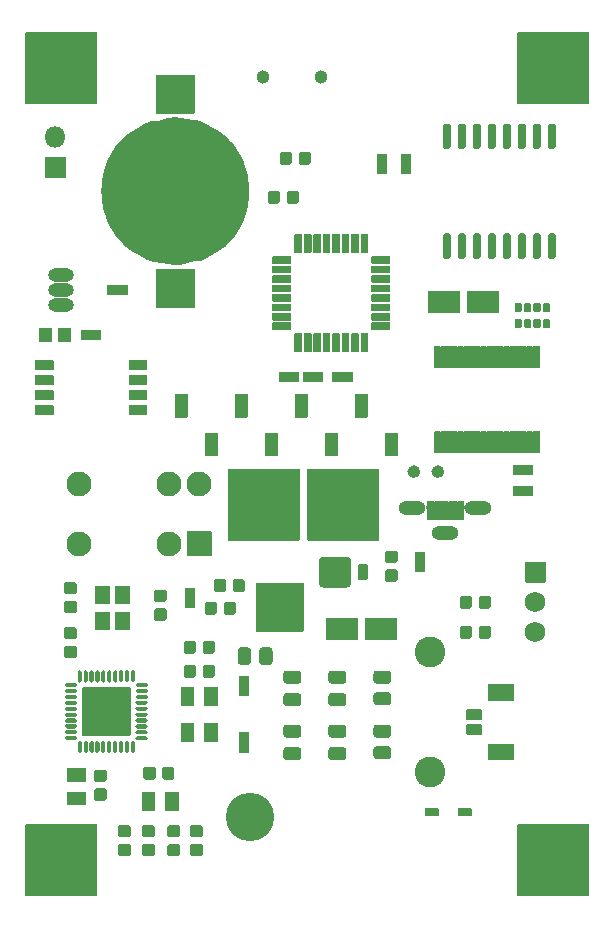
<source format=gts>
G04 #@! TF.GenerationSoftware,KiCad,Pcbnew,(5.1.10)-1*
G04 #@! TF.CreationDate,2021-06-08T22:52:37-07:00*
G04 #@! TF.ProjectId,Plug_Pass,506c7567-5f50-4617-9373-2e6b69636164,v3.1*
G04 #@! TF.SameCoordinates,Original*
G04 #@! TF.FileFunction,Soldermask,Top*
G04 #@! TF.FilePolarity,Negative*
%FSLAX46Y46*%
G04 Gerber Fmt 4.6, Leading zero omitted, Abs format (unit mm)*
G04 Created by KiCad (PCBNEW (5.1.10)-1) date 2021-06-08 22:52:37*
%MOMM*%
%LPD*%
G01*
G04 APERTURE LIST*
%ADD10C,6.282115*%
%ADD11C,1.131600*%
%ADD12O,2.181600X1.141600*%
%ADD13C,1.752600*%
%ADD14O,1.801600X1.801600*%
%ADD15O,2.301600X1.201600*%
%ADD16C,2.601600*%
%ADD17C,4.101600*%
%ADD18C,2.101600*%
%ADD19C,0.100000*%
G04 APERTURE END LIST*
D10*
X144873057Y-66802000D02*
G75*
G03*
X144873057Y-66802000I-3141057J0D01*
G01*
X144873057Y-66802000D02*
G75*
G03*
X144873057Y-66802000I-3141057J0D01*
G01*
D11*
X154078000Y-57150000D03*
X149198000Y-57150000D03*
D12*
X132080000Y-73914000D03*
X132080000Y-75184000D03*
X132080000Y-76454000D03*
G36*
G01*
X164021800Y-119080000D02*
X164021800Y-119680000D01*
G75*
G02*
X163971000Y-119730800I-50800J0D01*
G01*
X162921000Y-119730800D01*
G75*
G02*
X162870200Y-119680000I0J50800D01*
G01*
X162870200Y-119080000D01*
G75*
G02*
X162921000Y-119029200I50800J0D01*
G01*
X163971000Y-119029200D01*
G75*
G02*
X164021800Y-119080000I0J-50800D01*
G01*
G37*
G36*
G01*
X166821800Y-119080000D02*
X166821800Y-119680000D01*
G75*
G02*
X166771000Y-119730800I-50800J0D01*
G01*
X165721000Y-119730800D01*
G75*
G02*
X165670200Y-119680000I0J50800D01*
G01*
X165670200Y-119080000D01*
G75*
G02*
X165721000Y-119029200I50800J0D01*
G01*
X166771000Y-119029200D01*
G75*
G02*
X166821800Y-119080000I0J-50800D01*
G01*
G37*
D13*
X172212000Y-104140000D03*
X172212000Y-101600000D03*
G36*
G01*
X171386500Y-98183700D02*
X173037500Y-98183700D01*
G75*
G02*
X173088300Y-98234500I0J-50800D01*
G01*
X173088300Y-99885500D01*
G75*
G02*
X173037500Y-99936300I-50800J0D01*
G01*
X171386500Y-99936300D01*
G75*
G02*
X171335700Y-99885500I0J50800D01*
G01*
X171335700Y-98234500D01*
G75*
G02*
X171386500Y-98183700I50800J0D01*
G01*
G37*
G36*
G01*
X148835700Y-106648022D02*
X148835700Y-105695978D01*
G75*
G02*
X149110478Y-105421200I274778J0D01*
G01*
X149687522Y-105421200D01*
G75*
G02*
X149962300Y-105695978I0J-274778D01*
G01*
X149962300Y-106648022D01*
G75*
G02*
X149687522Y-106922800I-274778J0D01*
G01*
X149110478Y-106922800D01*
G75*
G02*
X148835700Y-106648022I0J274778D01*
G01*
G37*
G36*
G01*
X147010700Y-106648022D02*
X147010700Y-105695978D01*
G75*
G02*
X147285478Y-105421200I274778J0D01*
G01*
X147862522Y-105421200D01*
G75*
G02*
X148137300Y-105695978I0J-274778D01*
G01*
X148137300Y-106648022D01*
G75*
G02*
X147862522Y-106922800I-274778J0D01*
G01*
X147285478Y-106922800D01*
G75*
G02*
X147010700Y-106648022I0J274778D01*
G01*
G37*
G36*
G01*
X159734022Y-108513300D02*
X158781978Y-108513300D01*
G75*
G02*
X158507200Y-108238522I0J274778D01*
G01*
X158507200Y-107661478D01*
G75*
G02*
X158781978Y-107386700I274778J0D01*
G01*
X159734022Y-107386700D01*
G75*
G02*
X160008800Y-107661478I0J-274778D01*
G01*
X160008800Y-108238522D01*
G75*
G02*
X159734022Y-108513300I-274778J0D01*
G01*
G37*
G36*
G01*
X159734022Y-110338300D02*
X158781978Y-110338300D01*
G75*
G02*
X158507200Y-110063522I0J274778D01*
G01*
X158507200Y-109486478D01*
G75*
G02*
X158781978Y-109211700I274778J0D01*
G01*
X159734022Y-109211700D01*
G75*
G02*
X160008800Y-109486478I0J-274778D01*
G01*
X160008800Y-110063522D01*
G75*
G02*
X159734022Y-110338300I-274778J0D01*
G01*
G37*
G36*
G01*
X159734022Y-113085300D02*
X158781978Y-113085300D01*
G75*
G02*
X158507200Y-112810522I0J274778D01*
G01*
X158507200Y-112233478D01*
G75*
G02*
X158781978Y-111958700I274778J0D01*
G01*
X159734022Y-111958700D01*
G75*
G02*
X160008800Y-112233478I0J-274778D01*
G01*
X160008800Y-112810522D01*
G75*
G02*
X159734022Y-113085300I-274778J0D01*
G01*
G37*
G36*
G01*
X159734022Y-114910300D02*
X158781978Y-114910300D01*
G75*
G02*
X158507200Y-114635522I0J274778D01*
G01*
X158507200Y-114058478D01*
G75*
G02*
X158781978Y-113783700I274778J0D01*
G01*
X159734022Y-113783700D01*
G75*
G02*
X160008800Y-114058478I0J-274778D01*
G01*
X160008800Y-114635522D01*
G75*
G02*
X159734022Y-114910300I-274778J0D01*
G01*
G37*
G36*
G01*
X151137600Y-109299200D02*
X152138400Y-109299200D01*
G75*
G02*
X152413800Y-109574600I0J-275400D01*
G01*
X152413800Y-110125400D01*
G75*
G02*
X152138400Y-110400800I-275400J0D01*
G01*
X151137600Y-110400800D01*
G75*
G02*
X150862200Y-110125400I0J275400D01*
G01*
X150862200Y-109574600D01*
G75*
G02*
X151137600Y-109299200I275400J0D01*
G01*
G37*
G36*
G01*
X151137600Y-107399200D02*
X152138400Y-107399200D01*
G75*
G02*
X152413800Y-107674600I0J-275400D01*
G01*
X152413800Y-108225400D01*
G75*
G02*
X152138400Y-108500800I-275400J0D01*
G01*
X151137600Y-108500800D01*
G75*
G02*
X150862200Y-108225400I0J275400D01*
G01*
X150862200Y-107674600D01*
G75*
G02*
X151137600Y-107399200I275400J0D01*
G01*
G37*
G36*
G01*
X154947600Y-109299200D02*
X155948400Y-109299200D01*
G75*
G02*
X156223800Y-109574600I0J-275400D01*
G01*
X156223800Y-110125400D01*
G75*
G02*
X155948400Y-110400800I-275400J0D01*
G01*
X154947600Y-110400800D01*
G75*
G02*
X154672200Y-110125400I0J275400D01*
G01*
X154672200Y-109574600D01*
G75*
G02*
X154947600Y-109299200I275400J0D01*
G01*
G37*
G36*
G01*
X154947600Y-107399200D02*
X155948400Y-107399200D01*
G75*
G02*
X156223800Y-107674600I0J-275400D01*
G01*
X156223800Y-108225400D01*
G75*
G02*
X155948400Y-108500800I-275400J0D01*
G01*
X154947600Y-108500800D01*
G75*
G02*
X154672200Y-108225400I0J275400D01*
G01*
X154672200Y-107674600D01*
G75*
G02*
X154947600Y-107399200I275400J0D01*
G01*
G37*
G36*
G01*
X154947600Y-113871200D02*
X155948400Y-113871200D01*
G75*
G02*
X156223800Y-114146600I0J-275400D01*
G01*
X156223800Y-114697400D01*
G75*
G02*
X155948400Y-114972800I-275400J0D01*
G01*
X154947600Y-114972800D01*
G75*
G02*
X154672200Y-114697400I0J275400D01*
G01*
X154672200Y-114146600D01*
G75*
G02*
X154947600Y-113871200I275400J0D01*
G01*
G37*
G36*
G01*
X154947600Y-111971200D02*
X155948400Y-111971200D01*
G75*
G02*
X156223800Y-112246600I0J-275400D01*
G01*
X156223800Y-112797400D01*
G75*
G02*
X155948400Y-113072800I-275400J0D01*
G01*
X154947600Y-113072800D01*
G75*
G02*
X154672200Y-112797400I0J275400D01*
G01*
X154672200Y-112246600D01*
G75*
G02*
X154947600Y-111971200I275400J0D01*
G01*
G37*
G36*
G01*
X151137600Y-113871200D02*
X152138400Y-113871200D01*
G75*
G02*
X152413800Y-114146600I0J-275400D01*
G01*
X152413800Y-114697400D01*
G75*
G02*
X152138400Y-114972800I-275400J0D01*
G01*
X151137600Y-114972800D01*
G75*
G02*
X150862200Y-114697400I0J275400D01*
G01*
X150862200Y-114146600D01*
G75*
G02*
X151137600Y-113871200I275400J0D01*
G01*
G37*
G36*
G01*
X151137600Y-111971200D02*
X152138400Y-111971200D01*
G75*
G02*
X152413800Y-112246600I0J-275400D01*
G01*
X152413800Y-112797400D01*
G75*
G02*
X152138400Y-113072800I-275400J0D01*
G01*
X151137600Y-113072800D01*
G75*
G02*
X150862200Y-112797400I0J275400D01*
G01*
X150862200Y-112246600D01*
G75*
G02*
X151137600Y-111971200I275400J0D01*
G01*
G37*
D14*
X131572000Y-62230000D03*
G36*
G01*
X132472800Y-63920000D02*
X132472800Y-65620000D01*
G75*
G02*
X132422000Y-65670800I-50800J0D01*
G01*
X130722000Y-65670800D01*
G75*
G02*
X130671200Y-65620000I0J50800D01*
G01*
X130671200Y-63920000D01*
G75*
G02*
X130722000Y-63869200I50800J0D01*
G01*
X132422000Y-63869200D01*
G75*
G02*
X132472800Y-63920000I0J-50800D01*
G01*
G37*
G36*
G01*
X158390000Y-72312200D02*
X159890000Y-72312200D01*
G75*
G02*
X159940800Y-72363000I0J-50800D01*
G01*
X159940800Y-72913000D01*
G75*
G02*
X159890000Y-72963800I-50800J0D01*
G01*
X158390000Y-72963800D01*
G75*
G02*
X158339200Y-72913000I0J50800D01*
G01*
X158339200Y-72363000D01*
G75*
G02*
X158390000Y-72312200I50800J0D01*
G01*
G37*
G36*
G01*
X158390000Y-73112200D02*
X159890000Y-73112200D01*
G75*
G02*
X159940800Y-73163000I0J-50800D01*
G01*
X159940800Y-73713000D01*
G75*
G02*
X159890000Y-73763800I-50800J0D01*
G01*
X158390000Y-73763800D01*
G75*
G02*
X158339200Y-73713000I0J50800D01*
G01*
X158339200Y-73163000D01*
G75*
G02*
X158390000Y-73112200I50800J0D01*
G01*
G37*
G36*
G01*
X158390000Y-73912200D02*
X159890000Y-73912200D01*
G75*
G02*
X159940800Y-73963000I0J-50800D01*
G01*
X159940800Y-74513000D01*
G75*
G02*
X159890000Y-74563800I-50800J0D01*
G01*
X158390000Y-74563800D01*
G75*
G02*
X158339200Y-74513000I0J50800D01*
G01*
X158339200Y-73963000D01*
G75*
G02*
X158390000Y-73912200I50800J0D01*
G01*
G37*
G36*
G01*
X158390000Y-74712200D02*
X159890000Y-74712200D01*
G75*
G02*
X159940800Y-74763000I0J-50800D01*
G01*
X159940800Y-75313000D01*
G75*
G02*
X159890000Y-75363800I-50800J0D01*
G01*
X158390000Y-75363800D01*
G75*
G02*
X158339200Y-75313000I0J50800D01*
G01*
X158339200Y-74763000D01*
G75*
G02*
X158390000Y-74712200I50800J0D01*
G01*
G37*
G36*
G01*
X158390000Y-75512200D02*
X159890000Y-75512200D01*
G75*
G02*
X159940800Y-75563000I0J-50800D01*
G01*
X159940800Y-76113000D01*
G75*
G02*
X159890000Y-76163800I-50800J0D01*
G01*
X158390000Y-76163800D01*
G75*
G02*
X158339200Y-76113000I0J50800D01*
G01*
X158339200Y-75563000D01*
G75*
G02*
X158390000Y-75512200I50800J0D01*
G01*
G37*
G36*
G01*
X158390000Y-76312200D02*
X159890000Y-76312200D01*
G75*
G02*
X159940800Y-76363000I0J-50800D01*
G01*
X159940800Y-76913000D01*
G75*
G02*
X159890000Y-76963800I-50800J0D01*
G01*
X158390000Y-76963800D01*
G75*
G02*
X158339200Y-76913000I0J50800D01*
G01*
X158339200Y-76363000D01*
G75*
G02*
X158390000Y-76312200I50800J0D01*
G01*
G37*
G36*
G01*
X158390000Y-77112200D02*
X159890000Y-77112200D01*
G75*
G02*
X159940800Y-77163000I0J-50800D01*
G01*
X159940800Y-77713000D01*
G75*
G02*
X159890000Y-77763800I-50800J0D01*
G01*
X158390000Y-77763800D01*
G75*
G02*
X158339200Y-77713000I0J50800D01*
G01*
X158339200Y-77163000D01*
G75*
G02*
X158390000Y-77112200I50800J0D01*
G01*
G37*
G36*
G01*
X158390000Y-77912200D02*
X159890000Y-77912200D01*
G75*
G02*
X159940800Y-77963000I0J-50800D01*
G01*
X159940800Y-78513000D01*
G75*
G02*
X159890000Y-78563800I-50800J0D01*
G01*
X158390000Y-78563800D01*
G75*
G02*
X158339200Y-78513000I0J50800D01*
G01*
X158339200Y-77963000D01*
G75*
G02*
X158390000Y-77912200I50800J0D01*
G01*
G37*
G36*
G01*
X157465000Y-78837200D02*
X158015000Y-78837200D01*
G75*
G02*
X158065800Y-78888000I0J-50800D01*
G01*
X158065800Y-80388000D01*
G75*
G02*
X158015000Y-80438800I-50800J0D01*
G01*
X157465000Y-80438800D01*
G75*
G02*
X157414200Y-80388000I0J50800D01*
G01*
X157414200Y-78888000D01*
G75*
G02*
X157465000Y-78837200I50800J0D01*
G01*
G37*
G36*
G01*
X156665000Y-78837200D02*
X157215000Y-78837200D01*
G75*
G02*
X157265800Y-78888000I0J-50800D01*
G01*
X157265800Y-80388000D01*
G75*
G02*
X157215000Y-80438800I-50800J0D01*
G01*
X156665000Y-80438800D01*
G75*
G02*
X156614200Y-80388000I0J50800D01*
G01*
X156614200Y-78888000D01*
G75*
G02*
X156665000Y-78837200I50800J0D01*
G01*
G37*
G36*
G01*
X155865000Y-78837200D02*
X156415000Y-78837200D01*
G75*
G02*
X156465800Y-78888000I0J-50800D01*
G01*
X156465800Y-80388000D01*
G75*
G02*
X156415000Y-80438800I-50800J0D01*
G01*
X155865000Y-80438800D01*
G75*
G02*
X155814200Y-80388000I0J50800D01*
G01*
X155814200Y-78888000D01*
G75*
G02*
X155865000Y-78837200I50800J0D01*
G01*
G37*
G36*
G01*
X155065000Y-78837200D02*
X155615000Y-78837200D01*
G75*
G02*
X155665800Y-78888000I0J-50800D01*
G01*
X155665800Y-80388000D01*
G75*
G02*
X155615000Y-80438800I-50800J0D01*
G01*
X155065000Y-80438800D01*
G75*
G02*
X155014200Y-80388000I0J50800D01*
G01*
X155014200Y-78888000D01*
G75*
G02*
X155065000Y-78837200I50800J0D01*
G01*
G37*
G36*
G01*
X154265000Y-78837200D02*
X154815000Y-78837200D01*
G75*
G02*
X154865800Y-78888000I0J-50800D01*
G01*
X154865800Y-80388000D01*
G75*
G02*
X154815000Y-80438800I-50800J0D01*
G01*
X154265000Y-80438800D01*
G75*
G02*
X154214200Y-80388000I0J50800D01*
G01*
X154214200Y-78888000D01*
G75*
G02*
X154265000Y-78837200I50800J0D01*
G01*
G37*
G36*
G01*
X153465000Y-78837200D02*
X154015000Y-78837200D01*
G75*
G02*
X154065800Y-78888000I0J-50800D01*
G01*
X154065800Y-80388000D01*
G75*
G02*
X154015000Y-80438800I-50800J0D01*
G01*
X153465000Y-80438800D01*
G75*
G02*
X153414200Y-80388000I0J50800D01*
G01*
X153414200Y-78888000D01*
G75*
G02*
X153465000Y-78837200I50800J0D01*
G01*
G37*
G36*
G01*
X152665000Y-78837200D02*
X153215000Y-78837200D01*
G75*
G02*
X153265800Y-78888000I0J-50800D01*
G01*
X153265800Y-80388000D01*
G75*
G02*
X153215000Y-80438800I-50800J0D01*
G01*
X152665000Y-80438800D01*
G75*
G02*
X152614200Y-80388000I0J50800D01*
G01*
X152614200Y-78888000D01*
G75*
G02*
X152665000Y-78837200I50800J0D01*
G01*
G37*
G36*
G01*
X151865000Y-78837200D02*
X152415000Y-78837200D01*
G75*
G02*
X152465800Y-78888000I0J-50800D01*
G01*
X152465800Y-80388000D01*
G75*
G02*
X152415000Y-80438800I-50800J0D01*
G01*
X151865000Y-80438800D01*
G75*
G02*
X151814200Y-80388000I0J50800D01*
G01*
X151814200Y-78888000D01*
G75*
G02*
X151865000Y-78837200I50800J0D01*
G01*
G37*
G36*
G01*
X149990000Y-77912200D02*
X151490000Y-77912200D01*
G75*
G02*
X151540800Y-77963000I0J-50800D01*
G01*
X151540800Y-78513000D01*
G75*
G02*
X151490000Y-78563800I-50800J0D01*
G01*
X149990000Y-78563800D01*
G75*
G02*
X149939200Y-78513000I0J50800D01*
G01*
X149939200Y-77963000D01*
G75*
G02*
X149990000Y-77912200I50800J0D01*
G01*
G37*
G36*
G01*
X149990000Y-77112200D02*
X151490000Y-77112200D01*
G75*
G02*
X151540800Y-77163000I0J-50800D01*
G01*
X151540800Y-77713000D01*
G75*
G02*
X151490000Y-77763800I-50800J0D01*
G01*
X149990000Y-77763800D01*
G75*
G02*
X149939200Y-77713000I0J50800D01*
G01*
X149939200Y-77163000D01*
G75*
G02*
X149990000Y-77112200I50800J0D01*
G01*
G37*
G36*
G01*
X149990000Y-76312200D02*
X151490000Y-76312200D01*
G75*
G02*
X151540800Y-76363000I0J-50800D01*
G01*
X151540800Y-76913000D01*
G75*
G02*
X151490000Y-76963800I-50800J0D01*
G01*
X149990000Y-76963800D01*
G75*
G02*
X149939200Y-76913000I0J50800D01*
G01*
X149939200Y-76363000D01*
G75*
G02*
X149990000Y-76312200I50800J0D01*
G01*
G37*
G36*
G01*
X149990000Y-75512200D02*
X151490000Y-75512200D01*
G75*
G02*
X151540800Y-75563000I0J-50800D01*
G01*
X151540800Y-76113000D01*
G75*
G02*
X151490000Y-76163800I-50800J0D01*
G01*
X149990000Y-76163800D01*
G75*
G02*
X149939200Y-76113000I0J50800D01*
G01*
X149939200Y-75563000D01*
G75*
G02*
X149990000Y-75512200I50800J0D01*
G01*
G37*
G36*
G01*
X149990000Y-74712200D02*
X151490000Y-74712200D01*
G75*
G02*
X151540800Y-74763000I0J-50800D01*
G01*
X151540800Y-75313000D01*
G75*
G02*
X151490000Y-75363800I-50800J0D01*
G01*
X149990000Y-75363800D01*
G75*
G02*
X149939200Y-75313000I0J50800D01*
G01*
X149939200Y-74763000D01*
G75*
G02*
X149990000Y-74712200I50800J0D01*
G01*
G37*
G36*
G01*
X149990000Y-73912200D02*
X151490000Y-73912200D01*
G75*
G02*
X151540800Y-73963000I0J-50800D01*
G01*
X151540800Y-74513000D01*
G75*
G02*
X151490000Y-74563800I-50800J0D01*
G01*
X149990000Y-74563800D01*
G75*
G02*
X149939200Y-74513000I0J50800D01*
G01*
X149939200Y-73963000D01*
G75*
G02*
X149990000Y-73912200I50800J0D01*
G01*
G37*
G36*
G01*
X149990000Y-73112200D02*
X151490000Y-73112200D01*
G75*
G02*
X151540800Y-73163000I0J-50800D01*
G01*
X151540800Y-73713000D01*
G75*
G02*
X151490000Y-73763800I-50800J0D01*
G01*
X149990000Y-73763800D01*
G75*
G02*
X149939200Y-73713000I0J50800D01*
G01*
X149939200Y-73163000D01*
G75*
G02*
X149990000Y-73112200I50800J0D01*
G01*
G37*
G36*
G01*
X151865000Y-70437200D02*
X152415000Y-70437200D01*
G75*
G02*
X152465800Y-70488000I0J-50800D01*
G01*
X152465800Y-71988000D01*
G75*
G02*
X152415000Y-72038800I-50800J0D01*
G01*
X151865000Y-72038800D01*
G75*
G02*
X151814200Y-71988000I0J50800D01*
G01*
X151814200Y-70488000D01*
G75*
G02*
X151865000Y-70437200I50800J0D01*
G01*
G37*
G36*
G01*
X152665000Y-70437200D02*
X153215000Y-70437200D01*
G75*
G02*
X153265800Y-70488000I0J-50800D01*
G01*
X153265800Y-71988000D01*
G75*
G02*
X153215000Y-72038800I-50800J0D01*
G01*
X152665000Y-72038800D01*
G75*
G02*
X152614200Y-71988000I0J50800D01*
G01*
X152614200Y-70488000D01*
G75*
G02*
X152665000Y-70437200I50800J0D01*
G01*
G37*
G36*
G01*
X153465000Y-70437200D02*
X154015000Y-70437200D01*
G75*
G02*
X154065800Y-70488000I0J-50800D01*
G01*
X154065800Y-71988000D01*
G75*
G02*
X154015000Y-72038800I-50800J0D01*
G01*
X153465000Y-72038800D01*
G75*
G02*
X153414200Y-71988000I0J50800D01*
G01*
X153414200Y-70488000D01*
G75*
G02*
X153465000Y-70437200I50800J0D01*
G01*
G37*
G36*
G01*
X154265000Y-70437200D02*
X154815000Y-70437200D01*
G75*
G02*
X154865800Y-70488000I0J-50800D01*
G01*
X154865800Y-71988000D01*
G75*
G02*
X154815000Y-72038800I-50800J0D01*
G01*
X154265000Y-72038800D01*
G75*
G02*
X154214200Y-71988000I0J50800D01*
G01*
X154214200Y-70488000D01*
G75*
G02*
X154265000Y-70437200I50800J0D01*
G01*
G37*
G36*
G01*
X155065000Y-70437200D02*
X155615000Y-70437200D01*
G75*
G02*
X155665800Y-70488000I0J-50800D01*
G01*
X155665800Y-71988000D01*
G75*
G02*
X155615000Y-72038800I-50800J0D01*
G01*
X155065000Y-72038800D01*
G75*
G02*
X155014200Y-71988000I0J50800D01*
G01*
X155014200Y-70488000D01*
G75*
G02*
X155065000Y-70437200I50800J0D01*
G01*
G37*
G36*
G01*
X155865000Y-70437200D02*
X156415000Y-70437200D01*
G75*
G02*
X156465800Y-70488000I0J-50800D01*
G01*
X156465800Y-71988000D01*
G75*
G02*
X156415000Y-72038800I-50800J0D01*
G01*
X155865000Y-72038800D01*
G75*
G02*
X155814200Y-71988000I0J50800D01*
G01*
X155814200Y-70488000D01*
G75*
G02*
X155865000Y-70437200I50800J0D01*
G01*
G37*
G36*
G01*
X156665000Y-70437200D02*
X157215000Y-70437200D01*
G75*
G02*
X157265800Y-70488000I0J-50800D01*
G01*
X157265800Y-71988000D01*
G75*
G02*
X157215000Y-72038800I-50800J0D01*
G01*
X156665000Y-72038800D01*
G75*
G02*
X156614200Y-71988000I0J50800D01*
G01*
X156614200Y-70488000D01*
G75*
G02*
X156665000Y-70437200I50800J0D01*
G01*
G37*
G36*
G01*
X157465000Y-70437200D02*
X158015000Y-70437200D01*
G75*
G02*
X158065800Y-70488000I0J-50800D01*
G01*
X158065800Y-71988000D01*
G75*
G02*
X158015000Y-72038800I-50800J0D01*
G01*
X157465000Y-72038800D01*
G75*
G02*
X157414200Y-71988000I0J50800D01*
G01*
X157414200Y-70488000D01*
G75*
G02*
X157465000Y-70437200I50800J0D01*
G01*
G37*
G36*
G01*
X149990000Y-72312200D02*
X151490000Y-72312200D01*
G75*
G02*
X151540800Y-72363000I0J-50800D01*
G01*
X151540800Y-72913000D01*
G75*
G02*
X151490000Y-72963800I-50800J0D01*
G01*
X149990000Y-72963800D01*
G75*
G02*
X149939200Y-72913000I0J50800D01*
G01*
X149939200Y-72363000D01*
G75*
G02*
X149990000Y-72312200I50800J0D01*
G01*
G37*
G36*
G01*
X136886400Y-75583252D02*
X136886400Y-74784748D01*
G75*
G02*
X136898748Y-74772400I12348J0D01*
G01*
X137697252Y-74772400D01*
G75*
G02*
X137709600Y-74784748I0J-12348D01*
G01*
X137709600Y-75583252D01*
G75*
G02*
X137697252Y-75595600I-12348J0D01*
G01*
X136898748Y-75595600D01*
G75*
G02*
X136886400Y-75583252I0J12348D01*
G01*
G37*
G36*
G01*
X135986400Y-75583252D02*
X135986400Y-74784748D01*
G75*
G02*
X135998748Y-74772400I12348J0D01*
G01*
X136797252Y-74772400D01*
G75*
G02*
X136809600Y-74784748I0J-12348D01*
G01*
X136809600Y-75583252D01*
G75*
G02*
X136797252Y-75595600I-12348J0D01*
G01*
X135998748Y-75595600D01*
G75*
G02*
X135986400Y-75583252I0J12348D01*
G01*
G37*
G36*
G01*
X144280000Y-87263200D02*
X145280000Y-87263200D01*
G75*
G02*
X145330800Y-87314000I0J-50800D01*
G01*
X145330800Y-89214000D01*
G75*
G02*
X145280000Y-89264800I-50800J0D01*
G01*
X144280000Y-89264800D01*
G75*
G02*
X144229200Y-89214000I0J50800D01*
G01*
X144229200Y-87314000D01*
G75*
G02*
X144280000Y-87263200I50800J0D01*
G01*
G37*
G36*
G01*
X149360000Y-87263200D02*
X150360000Y-87263200D01*
G75*
G02*
X150410800Y-87314000I0J-50800D01*
G01*
X150410800Y-89214000D01*
G75*
G02*
X150360000Y-89264800I-50800J0D01*
G01*
X149360000Y-89264800D01*
G75*
G02*
X149309200Y-89214000I0J50800D01*
G01*
X149309200Y-87314000D01*
G75*
G02*
X149360000Y-87263200I50800J0D01*
G01*
G37*
G36*
G01*
X154440000Y-87263200D02*
X155440000Y-87263200D01*
G75*
G02*
X155490800Y-87314000I0J-50800D01*
G01*
X155490800Y-89214000D01*
G75*
G02*
X155440000Y-89264800I-50800J0D01*
G01*
X154440000Y-89264800D01*
G75*
G02*
X154389200Y-89214000I0J50800D01*
G01*
X154389200Y-87314000D01*
G75*
G02*
X154440000Y-87263200I50800J0D01*
G01*
G37*
G36*
G01*
X159520000Y-87263200D02*
X160520000Y-87263200D01*
G75*
G02*
X160570800Y-87314000I0J-50800D01*
G01*
X160570800Y-89214000D01*
G75*
G02*
X160520000Y-89264800I-50800J0D01*
G01*
X159520000Y-89264800D01*
G75*
G02*
X159469200Y-89214000I0J50800D01*
G01*
X159469200Y-87314000D01*
G75*
G02*
X159520000Y-87263200I50800J0D01*
G01*
G37*
G36*
G01*
X141740000Y-83963200D02*
X142740000Y-83963200D01*
G75*
G02*
X142790800Y-84014000I0J-50800D01*
G01*
X142790800Y-85914000D01*
G75*
G02*
X142740000Y-85964800I-50800J0D01*
G01*
X141740000Y-85964800D01*
G75*
G02*
X141689200Y-85914000I0J50800D01*
G01*
X141689200Y-84014000D01*
G75*
G02*
X141740000Y-83963200I50800J0D01*
G01*
G37*
G36*
G01*
X146820000Y-83963200D02*
X147820000Y-83963200D01*
G75*
G02*
X147870800Y-84014000I0J-50800D01*
G01*
X147870800Y-85914000D01*
G75*
G02*
X147820000Y-85964800I-50800J0D01*
G01*
X146820000Y-85964800D01*
G75*
G02*
X146769200Y-85914000I0J50800D01*
G01*
X146769200Y-84014000D01*
G75*
G02*
X146820000Y-83963200I50800J0D01*
G01*
G37*
G36*
G01*
X151900000Y-83963200D02*
X152900000Y-83963200D01*
G75*
G02*
X152950800Y-84014000I0J-50800D01*
G01*
X152950800Y-85914000D01*
G75*
G02*
X152900000Y-85964800I-50800J0D01*
G01*
X151900000Y-85964800D01*
G75*
G02*
X151849200Y-85914000I0J50800D01*
G01*
X151849200Y-84014000D01*
G75*
G02*
X151900000Y-83963200I50800J0D01*
G01*
G37*
G36*
G01*
X156980000Y-83963200D02*
X157980000Y-83963200D01*
G75*
G02*
X158030800Y-84014000I0J-50800D01*
G01*
X158030800Y-85914000D01*
G75*
G02*
X157980000Y-85964800I-50800J0D01*
G01*
X156980000Y-85964800D01*
G75*
G02*
X156929200Y-85914000I0J50800D01*
G01*
X156929200Y-84014000D01*
G75*
G02*
X156980000Y-83963200I50800J0D01*
G01*
G37*
G36*
G01*
X151617800Y-63614940D02*
X151617800Y-64401060D01*
G75*
G02*
X151460060Y-64558800I-157740J0D01*
G01*
X150723940Y-64558800D01*
G75*
G02*
X150566200Y-64401060I0J157740D01*
G01*
X150566200Y-63614940D01*
G75*
G02*
X150723940Y-63457200I157740J0D01*
G01*
X151460060Y-63457200D01*
G75*
G02*
X151617800Y-63614940I0J-157740D01*
G01*
G37*
G36*
G01*
X153217800Y-63614940D02*
X153217800Y-64401060D01*
G75*
G02*
X153060060Y-64558800I-157740J0D01*
G01*
X152323940Y-64558800D01*
G75*
G02*
X152166200Y-64401060I0J157740D01*
G01*
X152166200Y-63614940D01*
G75*
G02*
X152323940Y-63457200I157740J0D01*
G01*
X153060060Y-63457200D01*
G75*
G02*
X153217800Y-63614940I0J-157740D01*
G01*
G37*
G36*
G01*
X151150200Y-67703060D02*
X151150200Y-66916940D01*
G75*
G02*
X151307940Y-66759200I157740J0D01*
G01*
X152044060Y-66759200D01*
G75*
G02*
X152201800Y-66916940I0J-157740D01*
G01*
X152201800Y-67703060D01*
G75*
G02*
X152044060Y-67860800I-157740J0D01*
G01*
X151307940Y-67860800D01*
G75*
G02*
X151150200Y-67703060I0J157740D01*
G01*
G37*
G36*
G01*
X149550200Y-67703060D02*
X149550200Y-66916940D01*
G75*
G02*
X149707940Y-66759200I157740J0D01*
G01*
X150444060Y-66759200D01*
G75*
G02*
X150601800Y-66916940I0J-157740D01*
G01*
X150601800Y-67703060D01*
G75*
G02*
X150444060Y-67860800I-157740J0D01*
G01*
X149707940Y-67860800D01*
G75*
G02*
X149550200Y-67703060I0J157740D01*
G01*
G37*
G36*
G01*
X139320000Y-81959800D02*
X137870000Y-81959800D01*
G75*
G02*
X137819200Y-81909000I0J50800D01*
G01*
X137819200Y-81159000D01*
G75*
G02*
X137870000Y-81108200I50800J0D01*
G01*
X139320000Y-81108200D01*
G75*
G02*
X139370800Y-81159000I0J-50800D01*
G01*
X139370800Y-81909000D01*
G75*
G02*
X139320000Y-81959800I-50800J0D01*
G01*
G37*
G36*
G01*
X139320000Y-83229800D02*
X137870000Y-83229800D01*
G75*
G02*
X137819200Y-83179000I0J50800D01*
G01*
X137819200Y-82429000D01*
G75*
G02*
X137870000Y-82378200I50800J0D01*
G01*
X139320000Y-82378200D01*
G75*
G02*
X139370800Y-82429000I0J-50800D01*
G01*
X139370800Y-83179000D01*
G75*
G02*
X139320000Y-83229800I-50800J0D01*
G01*
G37*
G36*
G01*
X139320000Y-84499800D02*
X137870000Y-84499800D01*
G75*
G02*
X137819200Y-84449000I0J50800D01*
G01*
X137819200Y-83699000D01*
G75*
G02*
X137870000Y-83648200I50800J0D01*
G01*
X139320000Y-83648200D01*
G75*
G02*
X139370800Y-83699000I0J-50800D01*
G01*
X139370800Y-84449000D01*
G75*
G02*
X139320000Y-84499800I-50800J0D01*
G01*
G37*
G36*
G01*
X139320000Y-85769800D02*
X137870000Y-85769800D01*
G75*
G02*
X137819200Y-85719000I0J50800D01*
G01*
X137819200Y-84969000D01*
G75*
G02*
X137870000Y-84918200I50800J0D01*
G01*
X139320000Y-84918200D01*
G75*
G02*
X139370800Y-84969000I0J-50800D01*
G01*
X139370800Y-85719000D01*
G75*
G02*
X139320000Y-85769800I-50800J0D01*
G01*
G37*
G36*
G01*
X131370000Y-85769800D02*
X129920000Y-85769800D01*
G75*
G02*
X129869200Y-85719000I0J50800D01*
G01*
X129869200Y-84969000D01*
G75*
G02*
X129920000Y-84918200I50800J0D01*
G01*
X131370000Y-84918200D01*
G75*
G02*
X131420800Y-84969000I0J-50800D01*
G01*
X131420800Y-85719000D01*
G75*
G02*
X131370000Y-85769800I-50800J0D01*
G01*
G37*
G36*
G01*
X131370000Y-84499800D02*
X129920000Y-84499800D01*
G75*
G02*
X129869200Y-84449000I0J50800D01*
G01*
X129869200Y-83699000D01*
G75*
G02*
X129920000Y-83648200I50800J0D01*
G01*
X131370000Y-83648200D01*
G75*
G02*
X131420800Y-83699000I0J-50800D01*
G01*
X131420800Y-84449000D01*
G75*
G02*
X131370000Y-84499800I-50800J0D01*
G01*
G37*
G36*
G01*
X131370000Y-83229800D02*
X129920000Y-83229800D01*
G75*
G02*
X129869200Y-83179000I0J50800D01*
G01*
X129869200Y-82429000D01*
G75*
G02*
X129920000Y-82378200I50800J0D01*
G01*
X131370000Y-82378200D01*
G75*
G02*
X131420800Y-82429000I0J-50800D01*
G01*
X131420800Y-83179000D01*
G75*
G02*
X131370000Y-83229800I-50800J0D01*
G01*
G37*
G36*
G01*
X131370000Y-81959800D02*
X129920000Y-81959800D01*
G75*
G02*
X129869200Y-81909000I0J50800D01*
G01*
X129869200Y-81159000D01*
G75*
G02*
X129920000Y-81108200I50800J0D01*
G01*
X131370000Y-81108200D01*
G75*
G02*
X131420800Y-81159000I0J-50800D01*
G01*
X131420800Y-81909000D01*
G75*
G02*
X131370000Y-81959800I-50800J0D01*
G01*
G37*
G36*
G01*
X170685200Y-126444000D02*
X170685200Y-120444000D01*
G75*
G02*
X170736000Y-120393200I50800J0D01*
G01*
X176736000Y-120393200D01*
G75*
G02*
X176786800Y-120444000I0J-50800D01*
G01*
X176786800Y-126444000D01*
G75*
G02*
X176736000Y-126494800I-50800J0D01*
G01*
X170736000Y-126494800D01*
G75*
G02*
X170685200Y-126444000I0J50800D01*
G01*
G37*
G36*
G01*
X170685200Y-59388000D02*
X170685200Y-53388000D01*
G75*
G02*
X170736000Y-53337200I50800J0D01*
G01*
X176736000Y-53337200D01*
G75*
G02*
X176786800Y-53388000I0J-50800D01*
G01*
X176786800Y-59388000D01*
G75*
G02*
X176736000Y-59438800I-50800J0D01*
G01*
X170736000Y-59438800D01*
G75*
G02*
X170685200Y-59388000I0J50800D01*
G01*
G37*
G36*
G01*
X129029200Y-126444000D02*
X129029200Y-120444000D01*
G75*
G02*
X129080000Y-120393200I50800J0D01*
G01*
X135080000Y-120393200D01*
G75*
G02*
X135130800Y-120444000I0J-50800D01*
G01*
X135130800Y-126444000D01*
G75*
G02*
X135080000Y-126494800I-50800J0D01*
G01*
X129080000Y-126494800D01*
G75*
G02*
X129029200Y-126444000I0J50800D01*
G01*
G37*
G36*
G01*
X129029200Y-59388000D02*
X129029200Y-53388000D01*
G75*
G02*
X129080000Y-53337200I50800J0D01*
G01*
X135080000Y-53337200D01*
G75*
G02*
X135130800Y-53388000I0J-50800D01*
G01*
X135130800Y-59388000D01*
G75*
G02*
X135080000Y-59438800I-50800J0D01*
G01*
X129080000Y-59438800D01*
G75*
G02*
X129029200Y-59388000I0J50800D01*
G01*
G37*
G36*
G01*
X143332000Y-60227400D02*
X140132000Y-60227400D01*
G75*
G02*
X140081200Y-60176600I0J50800D01*
G01*
X140081200Y-56976600D01*
G75*
G02*
X140132000Y-56925800I50800J0D01*
G01*
X143332000Y-56925800D01*
G75*
G02*
X143382800Y-56976600I0J-50800D01*
G01*
X143382800Y-60176600D01*
G75*
G02*
X143332000Y-60227400I-50800J0D01*
G01*
G37*
G36*
G01*
X143332000Y-76678200D02*
X140132000Y-76678200D01*
G75*
G02*
X140081200Y-76627400I0J50800D01*
G01*
X140081200Y-73427400D01*
G75*
G02*
X140132000Y-73376600I50800J0D01*
G01*
X143332000Y-73376600D01*
G75*
G02*
X143382800Y-73427400I0J-50800D01*
G01*
X143382800Y-76627400D01*
G75*
G02*
X143332000Y-76678200I-50800J0D01*
G01*
G37*
G36*
G01*
X141732000Y-70027800D02*
X141732000Y-70027800D01*
G75*
G02*
X138506200Y-66802000I0J3225800D01*
G01*
X138506200Y-66802000D01*
G75*
G02*
X141732000Y-63576200I3225800J0D01*
G01*
X141732000Y-63576200D01*
G75*
G02*
X144957800Y-66802000I0J-3225800D01*
G01*
X144957800Y-66802000D01*
G75*
G02*
X141732000Y-70027800I-3225800J0D01*
G01*
G37*
D15*
X167392000Y-93599000D03*
X161792000Y-93599000D03*
X164592000Y-95749000D03*
G36*
G01*
X165616200Y-94599000D02*
X165616200Y-93099000D01*
G75*
G02*
X165667000Y-93048200I50800J0D01*
G01*
X166117000Y-93048200D01*
G75*
G02*
X166167800Y-93099000I0J-50800D01*
G01*
X166167800Y-94599000D01*
G75*
G02*
X166117000Y-94649800I-50800J0D01*
G01*
X165667000Y-94649800D01*
G75*
G02*
X165616200Y-94599000I0J50800D01*
G01*
G37*
G36*
G01*
X164966200Y-94599000D02*
X164966200Y-93099000D01*
G75*
G02*
X165017000Y-93048200I50800J0D01*
G01*
X165467000Y-93048200D01*
G75*
G02*
X165517800Y-93099000I0J-50800D01*
G01*
X165517800Y-94599000D01*
G75*
G02*
X165467000Y-94649800I-50800J0D01*
G01*
X165017000Y-94649800D01*
G75*
G02*
X164966200Y-94599000I0J50800D01*
G01*
G37*
G36*
G01*
X164316200Y-94599000D02*
X164316200Y-93099000D01*
G75*
G02*
X164367000Y-93048200I50800J0D01*
G01*
X164817000Y-93048200D01*
G75*
G02*
X164867800Y-93099000I0J-50800D01*
G01*
X164867800Y-94599000D01*
G75*
G02*
X164817000Y-94649800I-50800J0D01*
G01*
X164367000Y-94649800D01*
G75*
G02*
X164316200Y-94599000I0J50800D01*
G01*
G37*
G36*
G01*
X163666200Y-94599000D02*
X163666200Y-93099000D01*
G75*
G02*
X163717000Y-93048200I50800J0D01*
G01*
X164167000Y-93048200D01*
G75*
G02*
X164217800Y-93099000I0J-50800D01*
G01*
X164217800Y-94599000D01*
G75*
G02*
X164167000Y-94649800I-50800J0D01*
G01*
X163717000Y-94649800D01*
G75*
G02*
X163666200Y-94599000I0J50800D01*
G01*
G37*
G36*
G01*
X163016200Y-94599000D02*
X163016200Y-93099000D01*
G75*
G02*
X163067000Y-93048200I50800J0D01*
G01*
X163517000Y-93048200D01*
G75*
G02*
X163567800Y-93099000I0J-50800D01*
G01*
X163567800Y-94599000D01*
G75*
G02*
X163517000Y-94649800I-50800J0D01*
G01*
X163067000Y-94649800D01*
G75*
G02*
X163016200Y-94599000I0J50800D01*
G01*
G37*
G36*
G01*
X136198800Y-102508000D02*
X136198800Y-103908000D01*
G75*
G02*
X136148000Y-103958800I-50800J0D01*
G01*
X134948000Y-103958800D01*
G75*
G02*
X134897200Y-103908000I0J50800D01*
G01*
X134897200Y-102508000D01*
G75*
G02*
X134948000Y-102457200I50800J0D01*
G01*
X136148000Y-102457200D01*
G75*
G02*
X136198800Y-102508000I0J-50800D01*
G01*
G37*
G36*
G01*
X136198800Y-100308000D02*
X136198800Y-101708000D01*
G75*
G02*
X136148000Y-101758800I-50800J0D01*
G01*
X134948000Y-101758800D01*
G75*
G02*
X134897200Y-101708000I0J50800D01*
G01*
X134897200Y-100308000D01*
G75*
G02*
X134948000Y-100257200I50800J0D01*
G01*
X136148000Y-100257200D01*
G75*
G02*
X136198800Y-100308000I0J-50800D01*
G01*
G37*
G36*
G01*
X137898800Y-100308000D02*
X137898800Y-101708000D01*
G75*
G02*
X137848000Y-101758800I-50800J0D01*
G01*
X136648000Y-101758800D01*
G75*
G02*
X136597200Y-101708000I0J50800D01*
G01*
X136597200Y-100308000D01*
G75*
G02*
X136648000Y-100257200I50800J0D01*
G01*
X137848000Y-100257200D01*
G75*
G02*
X137898800Y-100308000I0J-50800D01*
G01*
G37*
G36*
G01*
X137898800Y-102508000D02*
X137898800Y-103908000D01*
G75*
G02*
X137848000Y-103958800I-50800J0D01*
G01*
X136648000Y-103958800D01*
G75*
G02*
X136597200Y-103908000I0J50800D01*
G01*
X136597200Y-102508000D01*
G75*
G02*
X136648000Y-102457200I50800J0D01*
G01*
X137848000Y-102457200D01*
G75*
G02*
X137898800Y-102508000I0J-50800D01*
G01*
G37*
G36*
G01*
X153454400Y-82949252D02*
X153454400Y-82150748D01*
G75*
G02*
X153466748Y-82138400I12348J0D01*
G01*
X154265252Y-82138400D01*
G75*
G02*
X154277600Y-82150748I0J-12348D01*
G01*
X154277600Y-82949252D01*
G75*
G02*
X154265252Y-82961600I-12348J0D01*
G01*
X153466748Y-82961600D01*
G75*
G02*
X153454400Y-82949252I0J12348D01*
G01*
G37*
G36*
G01*
X152554400Y-82949252D02*
X152554400Y-82150748D01*
G75*
G02*
X152566748Y-82138400I12348J0D01*
G01*
X153365252Y-82138400D01*
G75*
G02*
X153377600Y-82150748I0J-12348D01*
G01*
X153377600Y-82949252D01*
G75*
G02*
X153365252Y-82961600I-12348J0D01*
G01*
X152566748Y-82961600D01*
G75*
G02*
X152554400Y-82949252I0J12348D01*
G01*
G37*
G36*
G01*
X134581600Y-78594748D02*
X134581600Y-79393252D01*
G75*
G02*
X134569252Y-79405600I-12348J0D01*
G01*
X133770748Y-79405600D01*
G75*
G02*
X133758400Y-79393252I0J12348D01*
G01*
X133758400Y-78594748D01*
G75*
G02*
X133770748Y-78582400I12348J0D01*
G01*
X134569252Y-78582400D01*
G75*
G02*
X134581600Y-78594748I0J-12348D01*
G01*
G37*
G36*
G01*
X135481600Y-78594748D02*
X135481600Y-79393252D01*
G75*
G02*
X135469252Y-79405600I-12348J0D01*
G01*
X134670748Y-79405600D01*
G75*
G02*
X134658400Y-79393252I0J12348D01*
G01*
X134658400Y-78594748D01*
G75*
G02*
X134670748Y-78582400I12348J0D01*
G01*
X135469252Y-78582400D01*
G75*
G02*
X135481600Y-78594748I0J-12348D01*
G01*
G37*
G36*
G01*
X171234400Y-92601252D02*
X171234400Y-91802748D01*
G75*
G02*
X171246748Y-91790400I12348J0D01*
G01*
X172045252Y-91790400D01*
G75*
G02*
X172057600Y-91802748I0J-12348D01*
G01*
X172057600Y-92601252D01*
G75*
G02*
X172045252Y-92613600I-12348J0D01*
G01*
X171246748Y-92613600D01*
G75*
G02*
X171234400Y-92601252I0J12348D01*
G01*
G37*
G36*
G01*
X170334400Y-92601252D02*
X170334400Y-91802748D01*
G75*
G02*
X170346748Y-91790400I12348J0D01*
G01*
X171145252Y-91790400D01*
G75*
G02*
X171157600Y-91802748I0J-12348D01*
G01*
X171157600Y-92601252D01*
G75*
G02*
X171145252Y-92613600I-12348J0D01*
G01*
X170346748Y-92613600D01*
G75*
G02*
X170334400Y-92601252I0J12348D01*
G01*
G37*
G36*
G01*
X171234400Y-90823252D02*
X171234400Y-90024748D01*
G75*
G02*
X171246748Y-90012400I12348J0D01*
G01*
X172045252Y-90012400D01*
G75*
G02*
X172057600Y-90024748I0J-12348D01*
G01*
X172057600Y-90823252D01*
G75*
G02*
X172045252Y-90835600I-12348J0D01*
G01*
X171246748Y-90835600D01*
G75*
G02*
X171234400Y-90823252I0J12348D01*
G01*
G37*
G36*
G01*
X170334400Y-90823252D02*
X170334400Y-90024748D01*
G75*
G02*
X170346748Y-90012400I12348J0D01*
G01*
X171145252Y-90012400D01*
G75*
G02*
X171157600Y-90024748I0J-12348D01*
G01*
X171157600Y-90823252D01*
G75*
G02*
X171145252Y-90835600I-12348J0D01*
G01*
X170346748Y-90835600D01*
G75*
G02*
X170334400Y-90823252I0J12348D01*
G01*
G37*
G36*
G01*
X142602748Y-101257400D02*
X143401252Y-101257400D01*
G75*
G02*
X143413600Y-101269748I0J-12348D01*
G01*
X143413600Y-102068252D01*
G75*
G02*
X143401252Y-102080600I-12348J0D01*
G01*
X142602748Y-102080600D01*
G75*
G02*
X142590400Y-102068252I0J12348D01*
G01*
X142590400Y-101269748D01*
G75*
G02*
X142602748Y-101257400I12348J0D01*
G01*
G37*
G36*
G01*
X142602748Y-100357400D02*
X143401252Y-100357400D01*
G75*
G02*
X143413600Y-100369748I0J-12348D01*
G01*
X143413600Y-101168252D01*
G75*
G02*
X143401252Y-101180600I-12348J0D01*
G01*
X142602748Y-101180600D01*
G75*
G02*
X142590400Y-101168252I0J12348D01*
G01*
X142590400Y-100369748D01*
G75*
G02*
X142602748Y-100357400I12348J0D01*
G01*
G37*
G36*
G01*
X158858748Y-64554400D02*
X159657252Y-64554400D01*
G75*
G02*
X159669600Y-64566748I0J-12348D01*
G01*
X159669600Y-65365252D01*
G75*
G02*
X159657252Y-65377600I-12348J0D01*
G01*
X158858748Y-65377600D01*
G75*
G02*
X158846400Y-65365252I0J12348D01*
G01*
X158846400Y-64566748D01*
G75*
G02*
X158858748Y-64554400I12348J0D01*
G01*
G37*
G36*
G01*
X158858748Y-63654400D02*
X159657252Y-63654400D01*
G75*
G02*
X159669600Y-63666748I0J-12348D01*
G01*
X159669600Y-64465252D01*
G75*
G02*
X159657252Y-64477600I-12348J0D01*
G01*
X158858748Y-64477600D01*
G75*
G02*
X158846400Y-64465252I0J12348D01*
G01*
X158846400Y-63666748D01*
G75*
G02*
X158858748Y-63654400I12348J0D01*
G01*
G37*
G36*
G01*
X160890748Y-64554400D02*
X161689252Y-64554400D01*
G75*
G02*
X161701600Y-64566748I0J-12348D01*
G01*
X161701600Y-65365252D01*
G75*
G02*
X161689252Y-65377600I-12348J0D01*
G01*
X160890748Y-65377600D01*
G75*
G02*
X160878400Y-65365252I0J12348D01*
G01*
X160878400Y-64566748D01*
G75*
G02*
X160890748Y-64554400I12348J0D01*
G01*
G37*
G36*
G01*
X160890748Y-63654400D02*
X161689252Y-63654400D01*
G75*
G02*
X161701600Y-63666748I0J-12348D01*
G01*
X161701600Y-64465252D01*
G75*
G02*
X161689252Y-64477600I-12348J0D01*
G01*
X160890748Y-64477600D01*
G75*
G02*
X160878400Y-64465252I0J12348D01*
G01*
X160878400Y-63666748D01*
G75*
G02*
X160890748Y-63654400I12348J0D01*
G01*
G37*
G36*
G01*
X134159302Y-116797600D02*
X132540698Y-116797600D01*
G75*
G02*
X132523400Y-116780302I0J17298D01*
G01*
X132523400Y-115661698D01*
G75*
G02*
X132540698Y-115644400I17298J0D01*
G01*
X134159302Y-115644400D01*
G75*
G02*
X134176600Y-115661698I0J-17298D01*
G01*
X134176600Y-116780302D01*
G75*
G02*
X134159302Y-116797600I-17298J0D01*
G01*
G37*
G36*
G01*
X134159302Y-118797600D02*
X132540698Y-118797600D01*
G75*
G02*
X132523400Y-118780302I0J17298D01*
G01*
X132523400Y-117661698D01*
G75*
G02*
X132540698Y-117644400I17298J0D01*
G01*
X134159302Y-117644400D01*
G75*
G02*
X134176600Y-117661698I0J-17298D01*
G01*
X134176600Y-118780302D01*
G75*
G02*
X134159302Y-118797600I-17298J0D01*
G01*
G37*
G36*
G01*
X143340600Y-108791698D02*
X143340600Y-110410302D01*
G75*
G02*
X143323302Y-110427600I-17298J0D01*
G01*
X142204698Y-110427600D01*
G75*
G02*
X142187400Y-110410302I0J17298D01*
G01*
X142187400Y-108791698D01*
G75*
G02*
X142204698Y-108774400I17298J0D01*
G01*
X143323302Y-108774400D01*
G75*
G02*
X143340600Y-108791698I0J-17298D01*
G01*
G37*
G36*
G01*
X145340600Y-108791698D02*
X145340600Y-110410302D01*
G75*
G02*
X145323302Y-110427600I-17298J0D01*
G01*
X144204698Y-110427600D01*
G75*
G02*
X144187400Y-110410302I0J17298D01*
G01*
X144187400Y-108791698D01*
G75*
G02*
X144204698Y-108774400I17298J0D01*
G01*
X145323302Y-108774400D01*
G75*
G02*
X145340600Y-108791698I0J-17298D01*
G01*
G37*
G36*
G01*
X143340600Y-111839698D02*
X143340600Y-113458302D01*
G75*
G02*
X143323302Y-113475600I-17298J0D01*
G01*
X142204698Y-113475600D01*
G75*
G02*
X142187400Y-113458302I0J17298D01*
G01*
X142187400Y-111839698D01*
G75*
G02*
X142204698Y-111822400I17298J0D01*
G01*
X143323302Y-111822400D01*
G75*
G02*
X143340600Y-111839698I0J-17298D01*
G01*
G37*
G36*
G01*
X145340600Y-111839698D02*
X145340600Y-113458302D01*
G75*
G02*
X145323302Y-113475600I-17298J0D01*
G01*
X144204698Y-113475600D01*
G75*
G02*
X144187400Y-113458302I0J17298D01*
G01*
X144187400Y-111839698D01*
G75*
G02*
X144204698Y-111822400I17298J0D01*
G01*
X145323302Y-111822400D01*
G75*
G02*
X145340600Y-111839698I0J-17298D01*
G01*
G37*
G36*
G01*
X140038600Y-117681698D02*
X140038600Y-119300302D01*
G75*
G02*
X140021302Y-119317600I-17298J0D01*
G01*
X138902698Y-119317600D01*
G75*
G02*
X138885400Y-119300302I0J17298D01*
G01*
X138885400Y-117681698D01*
G75*
G02*
X138902698Y-117664400I17298J0D01*
G01*
X140021302Y-117664400D01*
G75*
G02*
X140038600Y-117681698I0J-17298D01*
G01*
G37*
G36*
G01*
X142038600Y-117681698D02*
X142038600Y-119300302D01*
G75*
G02*
X142021302Y-119317600I-17298J0D01*
G01*
X140902698Y-119317600D01*
G75*
G02*
X140885400Y-119300302I0J17298D01*
G01*
X140885400Y-117681698D01*
G75*
G02*
X140902698Y-117664400I17298J0D01*
G01*
X142021302Y-117664400D01*
G75*
G02*
X142038600Y-117681698I0J-17298D01*
G01*
G37*
G36*
G01*
X130182400Y-79554052D02*
X130182400Y-78433948D01*
G75*
G02*
X130198948Y-78417400I16548J0D01*
G01*
X131269052Y-78417400D01*
G75*
G02*
X131285600Y-78433948I0J-16548D01*
G01*
X131285600Y-79554052D01*
G75*
G02*
X131269052Y-79570600I-16548J0D01*
G01*
X130198948Y-79570600D01*
G75*
G02*
X130182400Y-79554052I0J16548D01*
G01*
G37*
G36*
G01*
X131782400Y-79554052D02*
X131782400Y-78433948D01*
G75*
G02*
X131798948Y-78417400I16548J0D01*
G01*
X132869052Y-78417400D01*
G75*
G02*
X132885600Y-78433948I0J-16548D01*
G01*
X132885600Y-79554052D01*
G75*
G02*
X132869052Y-79570600I-16548J0D01*
G01*
X131798948Y-79570600D01*
G75*
G02*
X131782400Y-79554052I0J16548D01*
G01*
G37*
G36*
G01*
X162033748Y-97309400D02*
X162832252Y-97309400D01*
G75*
G02*
X162844600Y-97321748I0J-12348D01*
G01*
X162844600Y-98120252D01*
G75*
G02*
X162832252Y-98132600I-12348J0D01*
G01*
X162033748Y-98132600D01*
G75*
G02*
X162021400Y-98120252I0J12348D01*
G01*
X162021400Y-97321748D01*
G75*
G02*
X162033748Y-97309400I12348J0D01*
G01*
G37*
G36*
G01*
X162033748Y-98209400D02*
X162832252Y-98209400D01*
G75*
G02*
X162844600Y-98221748I0J-12348D01*
G01*
X162844600Y-99020252D01*
G75*
G02*
X162832252Y-99032600I-12348J0D01*
G01*
X162033748Y-99032600D01*
G75*
G02*
X162021400Y-99020252I0J12348D01*
G01*
X162021400Y-98221748D01*
G75*
G02*
X162033748Y-98209400I12348J0D01*
G01*
G37*
G36*
G01*
X160430000Y-104836800D02*
X157830000Y-104836800D01*
G75*
G02*
X157779200Y-104786000I0J50800D01*
G01*
X157779200Y-102986000D01*
G75*
G02*
X157830000Y-102935200I50800J0D01*
G01*
X160430000Y-102935200D01*
G75*
G02*
X160480800Y-102986000I0J-50800D01*
G01*
X160480800Y-104786000D01*
G75*
G02*
X160430000Y-104836800I-50800J0D01*
G01*
G37*
G36*
G01*
X157130000Y-104836800D02*
X154530000Y-104836800D01*
G75*
G02*
X154479200Y-104786000I0J50800D01*
G01*
X154479200Y-102986000D01*
G75*
G02*
X154530000Y-102935200I50800J0D01*
G01*
X157130000Y-102935200D01*
G75*
G02*
X157180800Y-102986000I0J-50800D01*
G01*
X157180800Y-104786000D01*
G75*
G02*
X157130000Y-104836800I-50800J0D01*
G01*
G37*
G36*
G01*
X155036400Y-82949252D02*
X155036400Y-82150748D01*
G75*
G02*
X155048748Y-82138400I12348J0D01*
G01*
X155847252Y-82138400D01*
G75*
G02*
X155859600Y-82150748I0J-12348D01*
G01*
X155859600Y-82949252D01*
G75*
G02*
X155847252Y-82961600I-12348J0D01*
G01*
X155048748Y-82961600D01*
G75*
G02*
X155036400Y-82949252I0J12348D01*
G01*
G37*
G36*
G01*
X155936400Y-82949252D02*
X155936400Y-82150748D01*
G75*
G02*
X155948748Y-82138400I12348J0D01*
G01*
X156747252Y-82138400D01*
G75*
G02*
X156759600Y-82150748I0J-12348D01*
G01*
X156759600Y-82949252D01*
G75*
G02*
X156747252Y-82961600I-12348J0D01*
G01*
X155948748Y-82961600D01*
G75*
G02*
X155936400Y-82949252I0J12348D01*
G01*
G37*
G36*
G01*
X169066000Y-77150800D02*
X166466000Y-77150800D01*
G75*
G02*
X166415200Y-77100000I0J50800D01*
G01*
X166415200Y-75300000D01*
G75*
G02*
X166466000Y-75249200I50800J0D01*
G01*
X169066000Y-75249200D01*
G75*
G02*
X169116800Y-75300000I0J-50800D01*
G01*
X169116800Y-77100000D01*
G75*
G02*
X169066000Y-77150800I-50800J0D01*
G01*
G37*
G36*
G01*
X165766000Y-77150800D02*
X163166000Y-77150800D01*
G75*
G02*
X163115200Y-77100000I0J50800D01*
G01*
X163115200Y-75300000D01*
G75*
G02*
X163166000Y-75249200I50800J0D01*
G01*
X165766000Y-75249200D01*
G75*
G02*
X165816800Y-75300000I0J-50800D01*
G01*
X165816800Y-77100000D01*
G75*
G02*
X165766000Y-77150800I-50800J0D01*
G01*
G37*
G36*
G01*
X133235060Y-100944800D02*
X132448940Y-100944800D01*
G75*
G02*
X132291200Y-100787060I0J157740D01*
G01*
X132291200Y-100050940D01*
G75*
G02*
X132448940Y-99893200I157740J0D01*
G01*
X133235060Y-99893200D01*
G75*
G02*
X133392800Y-100050940I0J-157740D01*
G01*
X133392800Y-100787060D01*
G75*
G02*
X133235060Y-100944800I-157740J0D01*
G01*
G37*
G36*
G01*
X133235060Y-102544800D02*
X132448940Y-102544800D01*
G75*
G02*
X132291200Y-102387060I0J157740D01*
G01*
X132291200Y-101650940D01*
G75*
G02*
X132448940Y-101493200I157740J0D01*
G01*
X133235060Y-101493200D01*
G75*
G02*
X133392800Y-101650940I0J-157740D01*
G01*
X133392800Y-102387060D01*
G75*
G02*
X133235060Y-102544800I-157740J0D01*
G01*
G37*
G36*
G01*
X140855060Y-101579800D02*
X140068940Y-101579800D01*
G75*
G02*
X139911200Y-101422060I0J157740D01*
G01*
X139911200Y-100685940D01*
G75*
G02*
X140068940Y-100528200I157740J0D01*
G01*
X140855060Y-100528200D01*
G75*
G02*
X141012800Y-100685940I0J-157740D01*
G01*
X141012800Y-101422060D01*
G75*
G02*
X140855060Y-101579800I-157740J0D01*
G01*
G37*
G36*
G01*
X140855060Y-103179800D02*
X140068940Y-103179800D01*
G75*
G02*
X139911200Y-103022060I0J157740D01*
G01*
X139911200Y-102285940D01*
G75*
G02*
X140068940Y-102128200I157740J0D01*
G01*
X140855060Y-102128200D01*
G75*
G02*
X141012800Y-102285940I0J-157740D01*
G01*
X141012800Y-103022060D01*
G75*
G02*
X140855060Y-103179800I-157740J0D01*
G01*
G37*
G36*
G01*
X146029800Y-99809940D02*
X146029800Y-100596060D01*
G75*
G02*
X145872060Y-100753800I-157740J0D01*
G01*
X145135940Y-100753800D01*
G75*
G02*
X144978200Y-100596060I0J157740D01*
G01*
X144978200Y-99809940D01*
G75*
G02*
X145135940Y-99652200I157740J0D01*
G01*
X145872060Y-99652200D01*
G75*
G02*
X146029800Y-99809940I0J-157740D01*
G01*
G37*
G36*
G01*
X147629800Y-99809940D02*
X147629800Y-100596060D01*
G75*
G02*
X147472060Y-100753800I-157740J0D01*
G01*
X146735940Y-100753800D01*
G75*
G02*
X146578200Y-100596060I0J157740D01*
G01*
X146578200Y-99809940D01*
G75*
G02*
X146735940Y-99652200I157740J0D01*
G01*
X147472060Y-99652200D01*
G75*
G02*
X147629800Y-99809940I0J-157740D01*
G01*
G37*
G36*
G01*
X166857800Y-101206940D02*
X166857800Y-101993060D01*
G75*
G02*
X166700060Y-102150800I-157740J0D01*
G01*
X165963940Y-102150800D01*
G75*
G02*
X165806200Y-101993060I0J157740D01*
G01*
X165806200Y-101206940D01*
G75*
G02*
X165963940Y-101049200I157740J0D01*
G01*
X166700060Y-101049200D01*
G75*
G02*
X166857800Y-101206940I0J-157740D01*
G01*
G37*
G36*
G01*
X168457800Y-101206940D02*
X168457800Y-101993060D01*
G75*
G02*
X168300060Y-102150800I-157740J0D01*
G01*
X167563940Y-102150800D01*
G75*
G02*
X167406200Y-101993060I0J157740D01*
G01*
X167406200Y-101206940D01*
G75*
G02*
X167563940Y-101049200I157740J0D01*
G01*
X168300060Y-101049200D01*
G75*
G02*
X168457800Y-101206940I0J-157740D01*
G01*
G37*
G36*
G01*
X166857800Y-103746940D02*
X166857800Y-104533060D01*
G75*
G02*
X166700060Y-104690800I-157740J0D01*
G01*
X165963940Y-104690800D01*
G75*
G02*
X165806200Y-104533060I0J157740D01*
G01*
X165806200Y-103746940D01*
G75*
G02*
X165963940Y-103589200I157740J0D01*
G01*
X166700060Y-103589200D01*
G75*
G02*
X166857800Y-103746940I0J-157740D01*
G01*
G37*
G36*
G01*
X168457800Y-103746940D02*
X168457800Y-104533060D01*
G75*
G02*
X168300060Y-104690800I-157740J0D01*
G01*
X167563940Y-104690800D01*
G75*
G02*
X167406200Y-104533060I0J157740D01*
G01*
X167406200Y-103746940D01*
G75*
G02*
X167563940Y-103589200I157740J0D01*
G01*
X168300060Y-103589200D01*
G75*
G02*
X168457800Y-103746940I0J-157740D01*
G01*
G37*
G36*
G01*
X145267800Y-101714940D02*
X145267800Y-102501060D01*
G75*
G02*
X145110060Y-102658800I-157740J0D01*
G01*
X144373940Y-102658800D01*
G75*
G02*
X144216200Y-102501060I0J157740D01*
G01*
X144216200Y-101714940D01*
G75*
G02*
X144373940Y-101557200I157740J0D01*
G01*
X145110060Y-101557200D01*
G75*
G02*
X145267800Y-101714940I0J-157740D01*
G01*
G37*
G36*
G01*
X146867800Y-101714940D02*
X146867800Y-102501060D01*
G75*
G02*
X146710060Y-102658800I-157740J0D01*
G01*
X145973940Y-102658800D01*
G75*
G02*
X145816200Y-102501060I0J157740D01*
G01*
X145816200Y-101714940D01*
G75*
G02*
X145973940Y-101557200I157740J0D01*
G01*
X146710060Y-101557200D01*
G75*
G02*
X146867800Y-101714940I0J-157740D01*
G01*
G37*
G36*
G01*
X143489800Y-107048940D02*
X143489800Y-107835060D01*
G75*
G02*
X143332060Y-107992800I-157740J0D01*
G01*
X142595940Y-107992800D01*
G75*
G02*
X142438200Y-107835060I0J157740D01*
G01*
X142438200Y-107048940D01*
G75*
G02*
X142595940Y-106891200I157740J0D01*
G01*
X143332060Y-106891200D01*
G75*
G02*
X143489800Y-107048940I0J-157740D01*
G01*
G37*
G36*
G01*
X145089800Y-107048940D02*
X145089800Y-107835060D01*
G75*
G02*
X144932060Y-107992800I-157740J0D01*
G01*
X144195940Y-107992800D01*
G75*
G02*
X144038200Y-107835060I0J157740D01*
G01*
X144038200Y-107048940D01*
G75*
G02*
X144195940Y-106891200I157740J0D01*
G01*
X144932060Y-106891200D01*
G75*
G02*
X145089800Y-107048940I0J-157740D01*
G01*
G37*
G36*
G01*
X132448940Y-105303200D02*
X133235060Y-105303200D01*
G75*
G02*
X133392800Y-105460940I0J-157740D01*
G01*
X133392800Y-106197060D01*
G75*
G02*
X133235060Y-106354800I-157740J0D01*
G01*
X132448940Y-106354800D01*
G75*
G02*
X132291200Y-106197060I0J157740D01*
G01*
X132291200Y-105460940D01*
G75*
G02*
X132448940Y-105303200I157740J0D01*
G01*
G37*
G36*
G01*
X132448940Y-103703200D02*
X133235060Y-103703200D01*
G75*
G02*
X133392800Y-103860940I0J-157740D01*
G01*
X133392800Y-104597060D01*
G75*
G02*
X133235060Y-104754800I-157740J0D01*
G01*
X132448940Y-104754800D01*
G75*
G02*
X132291200Y-104597060I0J157740D01*
G01*
X132291200Y-103860940D01*
G75*
G02*
X132448940Y-103703200I157740J0D01*
G01*
G37*
G36*
G01*
X143489800Y-105016940D02*
X143489800Y-105803060D01*
G75*
G02*
X143332060Y-105960800I-157740J0D01*
G01*
X142595940Y-105960800D01*
G75*
G02*
X142438200Y-105803060I0J157740D01*
G01*
X142438200Y-105016940D01*
G75*
G02*
X142595940Y-104859200I157740J0D01*
G01*
X143332060Y-104859200D01*
G75*
G02*
X143489800Y-105016940I0J-157740D01*
G01*
G37*
G36*
G01*
X145089800Y-105016940D02*
X145089800Y-105803060D01*
G75*
G02*
X144932060Y-105960800I-157740J0D01*
G01*
X144195940Y-105960800D01*
G75*
G02*
X144038200Y-105803060I0J157740D01*
G01*
X144038200Y-105016940D01*
G75*
G02*
X144195940Y-104859200I157740J0D01*
G01*
X144932060Y-104859200D01*
G75*
G02*
X145089800Y-105016940I0J-157740D01*
G01*
G37*
G36*
G01*
X147973252Y-108673600D02*
X147174748Y-108673600D01*
G75*
G02*
X147162400Y-108661252I0J12348D01*
G01*
X147162400Y-107862748D01*
G75*
G02*
X147174748Y-107850400I12348J0D01*
G01*
X147973252Y-107850400D01*
G75*
G02*
X147985600Y-107862748I0J-12348D01*
G01*
X147985600Y-108661252D01*
G75*
G02*
X147973252Y-108673600I-12348J0D01*
G01*
G37*
G36*
G01*
X147973252Y-109573600D02*
X147174748Y-109573600D01*
G75*
G02*
X147162400Y-109561252I0J12348D01*
G01*
X147162400Y-108762748D01*
G75*
G02*
X147174748Y-108750400I12348J0D01*
G01*
X147973252Y-108750400D01*
G75*
G02*
X147985600Y-108762748I0J-12348D01*
G01*
X147985600Y-109561252D01*
G75*
G02*
X147973252Y-109573600I-12348J0D01*
G01*
G37*
G36*
G01*
X147973252Y-113441600D02*
X147174748Y-113441600D01*
G75*
G02*
X147162400Y-113429252I0J12348D01*
G01*
X147162400Y-112630748D01*
G75*
G02*
X147174748Y-112618400I12348J0D01*
G01*
X147973252Y-112618400D01*
G75*
G02*
X147985600Y-112630748I0J-12348D01*
G01*
X147985600Y-113429252D01*
G75*
G02*
X147973252Y-113441600I-12348J0D01*
G01*
G37*
G36*
G01*
X147973252Y-114341600D02*
X147174748Y-114341600D01*
G75*
G02*
X147162400Y-114329252I0J12348D01*
G01*
X147162400Y-113530748D01*
G75*
G02*
X147174748Y-113518400I12348J0D01*
G01*
X147973252Y-113518400D01*
G75*
G02*
X147985600Y-113530748I0J-12348D01*
G01*
X147985600Y-114329252D01*
G75*
G02*
X147973252Y-114341600I-12348J0D01*
G01*
G37*
G36*
G01*
X143903060Y-121518800D02*
X143116940Y-121518800D01*
G75*
G02*
X142959200Y-121361060I0J157740D01*
G01*
X142959200Y-120624940D01*
G75*
G02*
X143116940Y-120467200I157740J0D01*
G01*
X143903060Y-120467200D01*
G75*
G02*
X144060800Y-120624940I0J-157740D01*
G01*
X144060800Y-121361060D01*
G75*
G02*
X143903060Y-121518800I-157740J0D01*
G01*
G37*
G36*
G01*
X143903060Y-123118800D02*
X143116940Y-123118800D01*
G75*
G02*
X142959200Y-122961060I0J157740D01*
G01*
X142959200Y-122224940D01*
G75*
G02*
X143116940Y-122067200I157740J0D01*
G01*
X143903060Y-122067200D01*
G75*
G02*
X144060800Y-122224940I0J-157740D01*
G01*
X144060800Y-122961060D01*
G75*
G02*
X143903060Y-123118800I-157740J0D01*
G01*
G37*
G36*
G01*
X134988940Y-117368200D02*
X135775060Y-117368200D01*
G75*
G02*
X135932800Y-117525940I0J-157740D01*
G01*
X135932800Y-118262060D01*
G75*
G02*
X135775060Y-118419800I-157740J0D01*
G01*
X134988940Y-118419800D01*
G75*
G02*
X134831200Y-118262060I0J157740D01*
G01*
X134831200Y-117525940D01*
G75*
G02*
X134988940Y-117368200I157740J0D01*
G01*
G37*
G36*
G01*
X134988940Y-115768200D02*
X135775060Y-115768200D01*
G75*
G02*
X135932800Y-115925940I0J-157740D01*
G01*
X135932800Y-116662060D01*
G75*
G02*
X135775060Y-116819800I-157740J0D01*
G01*
X134988940Y-116819800D01*
G75*
G02*
X134831200Y-116662060I0J157740D01*
G01*
X134831200Y-115925940D01*
G75*
G02*
X134988940Y-115768200I157740J0D01*
G01*
G37*
G36*
G01*
X141998060Y-121518800D02*
X141211940Y-121518800D01*
G75*
G02*
X141054200Y-121361060I0J157740D01*
G01*
X141054200Y-120624940D01*
G75*
G02*
X141211940Y-120467200I157740J0D01*
G01*
X141998060Y-120467200D01*
G75*
G02*
X142155800Y-120624940I0J-157740D01*
G01*
X142155800Y-121361060D01*
G75*
G02*
X141998060Y-121518800I-157740J0D01*
G01*
G37*
G36*
G01*
X141998060Y-123118800D02*
X141211940Y-123118800D01*
G75*
G02*
X141054200Y-122961060I0J157740D01*
G01*
X141054200Y-122224940D01*
G75*
G02*
X141211940Y-122067200I157740J0D01*
G01*
X141998060Y-122067200D01*
G75*
G02*
X142155800Y-122224940I0J-157740D01*
G01*
X142155800Y-122961060D01*
G75*
G02*
X141998060Y-123118800I-157740J0D01*
G01*
G37*
G36*
G01*
X139839060Y-121518800D02*
X139052940Y-121518800D01*
G75*
G02*
X138895200Y-121361060I0J157740D01*
G01*
X138895200Y-120624940D01*
G75*
G02*
X139052940Y-120467200I157740J0D01*
G01*
X139839060Y-120467200D01*
G75*
G02*
X139996800Y-120624940I0J-157740D01*
G01*
X139996800Y-121361060D01*
G75*
G02*
X139839060Y-121518800I-157740J0D01*
G01*
G37*
G36*
G01*
X139839060Y-123118800D02*
X139052940Y-123118800D01*
G75*
G02*
X138895200Y-122961060I0J157740D01*
G01*
X138895200Y-122224940D01*
G75*
G02*
X139052940Y-122067200I157740J0D01*
G01*
X139839060Y-122067200D01*
G75*
G02*
X139996800Y-122224940I0J-157740D01*
G01*
X139996800Y-122961060D01*
G75*
G02*
X139839060Y-123118800I-157740J0D01*
G01*
G37*
G36*
G01*
X140060800Y-115684940D02*
X140060800Y-116471060D01*
G75*
G02*
X139903060Y-116628800I-157740J0D01*
G01*
X139166940Y-116628800D01*
G75*
G02*
X139009200Y-116471060I0J157740D01*
G01*
X139009200Y-115684940D01*
G75*
G02*
X139166940Y-115527200I157740J0D01*
G01*
X139903060Y-115527200D01*
G75*
G02*
X140060800Y-115684940I0J-157740D01*
G01*
G37*
G36*
G01*
X141660800Y-115684940D02*
X141660800Y-116471060D01*
G75*
G02*
X141503060Y-116628800I-157740J0D01*
G01*
X140766940Y-116628800D01*
G75*
G02*
X140609200Y-116471060I0J157740D01*
G01*
X140609200Y-115684940D01*
G75*
G02*
X140766940Y-115527200I157740J0D01*
G01*
X141503060Y-115527200D01*
G75*
G02*
X141660800Y-115684940I0J-157740D01*
G01*
G37*
G36*
G01*
X137020940Y-122067200D02*
X137807060Y-122067200D01*
G75*
G02*
X137964800Y-122224940I0J-157740D01*
G01*
X137964800Y-122961060D01*
G75*
G02*
X137807060Y-123118800I-157740J0D01*
G01*
X137020940Y-123118800D01*
G75*
G02*
X136863200Y-122961060I0J157740D01*
G01*
X136863200Y-122224940D01*
G75*
G02*
X137020940Y-122067200I157740J0D01*
G01*
G37*
G36*
G01*
X137020940Y-120467200D02*
X137807060Y-120467200D01*
G75*
G02*
X137964800Y-120624940I0J-157740D01*
G01*
X137964800Y-121361060D01*
G75*
G02*
X137807060Y-121518800I-157740J0D01*
G01*
X137020940Y-121518800D01*
G75*
G02*
X136863200Y-121361060I0J157740D01*
G01*
X136863200Y-120624940D01*
G75*
G02*
X137020940Y-120467200I157740J0D01*
G01*
G37*
G36*
G01*
X151345600Y-82150748D02*
X151345600Y-82949252D01*
G75*
G02*
X151333252Y-82961600I-12348J0D01*
G01*
X150534748Y-82961600D01*
G75*
G02*
X150522400Y-82949252I0J12348D01*
G01*
X150522400Y-82150748D01*
G75*
G02*
X150534748Y-82138400I12348J0D01*
G01*
X151333252Y-82138400D01*
G75*
G02*
X151345600Y-82150748I0J-12348D01*
G01*
G37*
G36*
G01*
X152245600Y-82150748D02*
X152245600Y-82949252D01*
G75*
G02*
X152233252Y-82961600I-12348J0D01*
G01*
X151434748Y-82961600D01*
G75*
G02*
X151422400Y-82949252I0J12348D01*
G01*
X151422400Y-82150748D01*
G75*
G02*
X151434748Y-82138400I12348J0D01*
G01*
X152233252Y-82138400D01*
G75*
G02*
X152245600Y-82150748I0J-12348D01*
G01*
G37*
D16*
X163275200Y-105841800D03*
X163275200Y-116001800D03*
G36*
G01*
X148575200Y-99981000D02*
X152575200Y-99981000D01*
G75*
G02*
X152626000Y-100031800I0J-50800D01*
G01*
X152626000Y-104031800D01*
G75*
G02*
X152575200Y-104082600I-50800J0D01*
G01*
X148575200Y-104082600D01*
G75*
G02*
X148524400Y-104031800I0J50800D01*
G01*
X148524400Y-100031800D01*
G75*
G02*
X148575200Y-99981000I50800J0D01*
G01*
G37*
D17*
X148035200Y-119811800D03*
G36*
G01*
X158037800Y-98503740D02*
X158037800Y-99616260D01*
G75*
G02*
X157908260Y-99745800I-129540J0D01*
G01*
X157303740Y-99745800D01*
G75*
G02*
X157174200Y-99616260I0J129540D01*
G01*
X157174200Y-98503740D01*
G75*
G02*
X157303740Y-98374200I129540J0D01*
G01*
X157908260Y-98374200D01*
G75*
G02*
X158037800Y-98503740I0J-129540D01*
G01*
G37*
G36*
G01*
X156244060Y-100380800D02*
X154267940Y-100380800D01*
G75*
G02*
X153871700Y-99984560I0J396240D01*
G01*
X153871700Y-98135440D01*
G75*
G02*
X154267940Y-97739200I396240J0D01*
G01*
X156244060Y-97739200D01*
G75*
G02*
X156640300Y-98135440I0J-396240D01*
G01*
X156640300Y-99984560D01*
G75*
G02*
X156244060Y-100380800I-396240J0D01*
G01*
G37*
G36*
G01*
X146225000Y-90294200D02*
X152225000Y-90294200D01*
G75*
G02*
X152275800Y-90345000I0J-50800D01*
G01*
X152275800Y-96345000D01*
G75*
G02*
X152225000Y-96395800I-50800J0D01*
G01*
X146225000Y-96395800D01*
G75*
G02*
X146174200Y-96345000I0J50800D01*
G01*
X146174200Y-90345000D01*
G75*
G02*
X146225000Y-90294200I50800J0D01*
G01*
G37*
G36*
G01*
X152956000Y-90294200D02*
X158956000Y-90294200D01*
G75*
G02*
X159006800Y-90345000I0J-50800D01*
G01*
X159006800Y-96345000D01*
G75*
G02*
X158956000Y-96395800I-50800J0D01*
G01*
X152956000Y-96395800D01*
G75*
G02*
X152905200Y-96345000I0J50800D01*
G01*
X152905200Y-90345000D01*
G75*
G02*
X152956000Y-90294200I50800J0D01*
G01*
G37*
G36*
G01*
X162475800Y-90551000D02*
X162475800Y-90551000D01*
G75*
G02*
X161925000Y-91101800I-550800J0D01*
G01*
X161925000Y-91101800D01*
G75*
G02*
X161374200Y-90551000I0J550800D01*
G01*
X161374200Y-90551000D01*
G75*
G02*
X161925000Y-90000200I550800J0D01*
G01*
X161925000Y-90000200D01*
G75*
G02*
X162475800Y-90551000I0J-550800D01*
G01*
G37*
G36*
G01*
X164507800Y-90551000D02*
X164507800Y-90551000D01*
G75*
G02*
X163957000Y-91101800I-550800J0D01*
G01*
X163957000Y-91101800D01*
G75*
G02*
X163406200Y-90551000I0J550800D01*
G01*
X163406200Y-90551000D01*
G75*
G02*
X163957000Y-90000200I550800J0D01*
G01*
X163957000Y-90000200D01*
G75*
G02*
X164507800Y-90551000I0J-550800D01*
G01*
G37*
G36*
G01*
X173458800Y-77733883D02*
X173458800Y-78302117D01*
G75*
G02*
X173367117Y-78393800I-91683J0D01*
G01*
X172948883Y-78393800D01*
G75*
G02*
X172857200Y-78302117I0J91683D01*
G01*
X172857200Y-77733883D01*
G75*
G02*
X172948883Y-77642200I91683J0D01*
G01*
X173367117Y-77642200D01*
G75*
G02*
X173458800Y-77733883I0J-91683D01*
G01*
G37*
G36*
G01*
X172658800Y-77733883D02*
X172658800Y-78302117D01*
G75*
G02*
X172567117Y-78393800I-91683J0D01*
G01*
X172148883Y-78393800D01*
G75*
G02*
X172057200Y-78302117I0J91683D01*
G01*
X172057200Y-77733883D01*
G75*
G02*
X172148883Y-77642200I91683J0D01*
G01*
X172567117Y-77642200D01*
G75*
G02*
X172658800Y-77733883I0J-91683D01*
G01*
G37*
G36*
G01*
X171858800Y-77733883D02*
X171858800Y-78302117D01*
G75*
G02*
X171767117Y-78393800I-91683J0D01*
G01*
X171348883Y-78393800D01*
G75*
G02*
X171257200Y-78302117I0J91683D01*
G01*
X171257200Y-77733883D01*
G75*
G02*
X171348883Y-77642200I91683J0D01*
G01*
X171767117Y-77642200D01*
G75*
G02*
X171858800Y-77733883I0J-91683D01*
G01*
G37*
G36*
G01*
X171058800Y-77733883D02*
X171058800Y-78302117D01*
G75*
G02*
X170967117Y-78393800I-91683J0D01*
G01*
X170548883Y-78393800D01*
G75*
G02*
X170457200Y-78302117I0J91683D01*
G01*
X170457200Y-77733883D01*
G75*
G02*
X170548883Y-77642200I91683J0D01*
G01*
X170967117Y-77642200D01*
G75*
G02*
X171058800Y-77733883I0J-91683D01*
G01*
G37*
G36*
G01*
X171058800Y-76383883D02*
X171058800Y-76952117D01*
G75*
G02*
X170967117Y-77043800I-91683J0D01*
G01*
X170548883Y-77043800D01*
G75*
G02*
X170457200Y-76952117I0J91683D01*
G01*
X170457200Y-76383883D01*
G75*
G02*
X170548883Y-76292200I91683J0D01*
G01*
X170967117Y-76292200D01*
G75*
G02*
X171058800Y-76383883I0J-91683D01*
G01*
G37*
G36*
G01*
X171858800Y-76383883D02*
X171858800Y-76952117D01*
G75*
G02*
X171767117Y-77043800I-91683J0D01*
G01*
X171348883Y-77043800D01*
G75*
G02*
X171257200Y-76952117I0J91683D01*
G01*
X171257200Y-76383883D01*
G75*
G02*
X171348883Y-76292200I91683J0D01*
G01*
X171767117Y-76292200D01*
G75*
G02*
X171858800Y-76383883I0J-91683D01*
G01*
G37*
G36*
G01*
X172658800Y-76383883D02*
X172658800Y-76952117D01*
G75*
G02*
X172567117Y-77043800I-91683J0D01*
G01*
X172148883Y-77043800D01*
G75*
G02*
X172057200Y-76952117I0J91683D01*
G01*
X172057200Y-76383883D01*
G75*
G02*
X172148883Y-76292200I91683J0D01*
G01*
X172567117Y-76292200D01*
G75*
G02*
X172658800Y-76383883I0J-91683D01*
G01*
G37*
G36*
G01*
X173458800Y-76383883D02*
X173458800Y-76952117D01*
G75*
G02*
X173367117Y-77043800I-91683J0D01*
G01*
X172948883Y-77043800D01*
G75*
G02*
X172857200Y-76952117I0J91683D01*
G01*
X172857200Y-76383883D01*
G75*
G02*
X172948883Y-76292200I91683J0D01*
G01*
X173367117Y-76292200D01*
G75*
G02*
X173458800Y-76383883I0J-91683D01*
G01*
G37*
G36*
G01*
X168247000Y-108534200D02*
X170397000Y-108534200D01*
G75*
G02*
X170447800Y-108585000I0J-50800D01*
G01*
X170447800Y-109885000D01*
G75*
G02*
X170397000Y-109935800I-50800J0D01*
G01*
X168247000Y-109935800D01*
G75*
G02*
X168196200Y-109885000I0J50800D01*
G01*
X168196200Y-108585000D01*
G75*
G02*
X168247000Y-108534200I50800J0D01*
G01*
G37*
G36*
G01*
X168247000Y-113584200D02*
X170397000Y-113584200D01*
G75*
G02*
X170447800Y-113635000I0J-50800D01*
G01*
X170447800Y-114935000D01*
G75*
G02*
X170397000Y-114985800I-50800J0D01*
G01*
X168247000Y-114985800D01*
G75*
G02*
X168196200Y-114935000I0J50800D01*
G01*
X168196200Y-113635000D01*
G75*
G02*
X168247000Y-113584200I50800J0D01*
G01*
G37*
G36*
G01*
X166427000Y-110684200D02*
X167627000Y-110684200D01*
G75*
G02*
X167677800Y-110735000I0J-50800D01*
G01*
X167677800Y-111535000D01*
G75*
G02*
X167627000Y-111585800I-50800J0D01*
G01*
X166427000Y-111585800D01*
G75*
G02*
X166376200Y-111535000I0J50800D01*
G01*
X166376200Y-110735000D01*
G75*
G02*
X166427000Y-110684200I50800J0D01*
G01*
G37*
G36*
G01*
X166427000Y-111934200D02*
X167627000Y-111934200D01*
G75*
G02*
X167677800Y-111985000I0J-50800D01*
G01*
X167677800Y-112785000D01*
G75*
G02*
X167627000Y-112835800I-50800J0D01*
G01*
X166427000Y-112835800D01*
G75*
G02*
X166376200Y-112785000I0J50800D01*
G01*
X166376200Y-111985000D01*
G75*
G02*
X166427000Y-111934200I50800J0D01*
G01*
G37*
G36*
G01*
X172648800Y-87180000D02*
X172648800Y-88930000D01*
G75*
G02*
X172598000Y-88980800I-50800J0D01*
G01*
X172148000Y-88980800D01*
G75*
G02*
X172097200Y-88930000I0J50800D01*
G01*
X172097200Y-87180000D01*
G75*
G02*
X172148000Y-87129200I50800J0D01*
G01*
X172598000Y-87129200D01*
G75*
G02*
X172648800Y-87180000I0J-50800D01*
G01*
G37*
G36*
G01*
X171998800Y-87180000D02*
X171998800Y-88930000D01*
G75*
G02*
X171948000Y-88980800I-50800J0D01*
G01*
X171498000Y-88980800D01*
G75*
G02*
X171447200Y-88930000I0J50800D01*
G01*
X171447200Y-87180000D01*
G75*
G02*
X171498000Y-87129200I50800J0D01*
G01*
X171948000Y-87129200D01*
G75*
G02*
X171998800Y-87180000I0J-50800D01*
G01*
G37*
G36*
G01*
X171348800Y-87180000D02*
X171348800Y-88930000D01*
G75*
G02*
X171298000Y-88980800I-50800J0D01*
G01*
X170848000Y-88980800D01*
G75*
G02*
X170797200Y-88930000I0J50800D01*
G01*
X170797200Y-87180000D01*
G75*
G02*
X170848000Y-87129200I50800J0D01*
G01*
X171298000Y-87129200D01*
G75*
G02*
X171348800Y-87180000I0J-50800D01*
G01*
G37*
G36*
G01*
X170698800Y-87180000D02*
X170698800Y-88930000D01*
G75*
G02*
X170648000Y-88980800I-50800J0D01*
G01*
X170198000Y-88980800D01*
G75*
G02*
X170147200Y-88930000I0J50800D01*
G01*
X170147200Y-87180000D01*
G75*
G02*
X170198000Y-87129200I50800J0D01*
G01*
X170648000Y-87129200D01*
G75*
G02*
X170698800Y-87180000I0J-50800D01*
G01*
G37*
G36*
G01*
X170048800Y-87180000D02*
X170048800Y-88930000D01*
G75*
G02*
X169998000Y-88980800I-50800J0D01*
G01*
X169548000Y-88980800D01*
G75*
G02*
X169497200Y-88930000I0J50800D01*
G01*
X169497200Y-87180000D01*
G75*
G02*
X169548000Y-87129200I50800J0D01*
G01*
X169998000Y-87129200D01*
G75*
G02*
X170048800Y-87180000I0J-50800D01*
G01*
G37*
G36*
G01*
X169398800Y-87180000D02*
X169398800Y-88930000D01*
G75*
G02*
X169348000Y-88980800I-50800J0D01*
G01*
X168898000Y-88980800D01*
G75*
G02*
X168847200Y-88930000I0J50800D01*
G01*
X168847200Y-87180000D01*
G75*
G02*
X168898000Y-87129200I50800J0D01*
G01*
X169348000Y-87129200D01*
G75*
G02*
X169398800Y-87180000I0J-50800D01*
G01*
G37*
G36*
G01*
X168748800Y-87180000D02*
X168748800Y-88930000D01*
G75*
G02*
X168698000Y-88980800I-50800J0D01*
G01*
X168248000Y-88980800D01*
G75*
G02*
X168197200Y-88930000I0J50800D01*
G01*
X168197200Y-87180000D01*
G75*
G02*
X168248000Y-87129200I50800J0D01*
G01*
X168698000Y-87129200D01*
G75*
G02*
X168748800Y-87180000I0J-50800D01*
G01*
G37*
G36*
G01*
X168098800Y-87180000D02*
X168098800Y-88930000D01*
G75*
G02*
X168048000Y-88980800I-50800J0D01*
G01*
X167598000Y-88980800D01*
G75*
G02*
X167547200Y-88930000I0J50800D01*
G01*
X167547200Y-87180000D01*
G75*
G02*
X167598000Y-87129200I50800J0D01*
G01*
X168048000Y-87129200D01*
G75*
G02*
X168098800Y-87180000I0J-50800D01*
G01*
G37*
G36*
G01*
X167448800Y-87180000D02*
X167448800Y-88930000D01*
G75*
G02*
X167398000Y-88980800I-50800J0D01*
G01*
X166948000Y-88980800D01*
G75*
G02*
X166897200Y-88930000I0J50800D01*
G01*
X166897200Y-87180000D01*
G75*
G02*
X166948000Y-87129200I50800J0D01*
G01*
X167398000Y-87129200D01*
G75*
G02*
X167448800Y-87180000I0J-50800D01*
G01*
G37*
G36*
G01*
X166798800Y-87180000D02*
X166798800Y-88930000D01*
G75*
G02*
X166748000Y-88980800I-50800J0D01*
G01*
X166298000Y-88980800D01*
G75*
G02*
X166247200Y-88930000I0J50800D01*
G01*
X166247200Y-87180000D01*
G75*
G02*
X166298000Y-87129200I50800J0D01*
G01*
X166748000Y-87129200D01*
G75*
G02*
X166798800Y-87180000I0J-50800D01*
G01*
G37*
G36*
G01*
X166148800Y-87180000D02*
X166148800Y-88930000D01*
G75*
G02*
X166098000Y-88980800I-50800J0D01*
G01*
X165648000Y-88980800D01*
G75*
G02*
X165597200Y-88930000I0J50800D01*
G01*
X165597200Y-87180000D01*
G75*
G02*
X165648000Y-87129200I50800J0D01*
G01*
X166098000Y-87129200D01*
G75*
G02*
X166148800Y-87180000I0J-50800D01*
G01*
G37*
G36*
G01*
X165498800Y-87180000D02*
X165498800Y-88930000D01*
G75*
G02*
X165448000Y-88980800I-50800J0D01*
G01*
X164998000Y-88980800D01*
G75*
G02*
X164947200Y-88930000I0J50800D01*
G01*
X164947200Y-87180000D01*
G75*
G02*
X164998000Y-87129200I50800J0D01*
G01*
X165448000Y-87129200D01*
G75*
G02*
X165498800Y-87180000I0J-50800D01*
G01*
G37*
G36*
G01*
X164848800Y-87180000D02*
X164848800Y-88930000D01*
G75*
G02*
X164798000Y-88980800I-50800J0D01*
G01*
X164348000Y-88980800D01*
G75*
G02*
X164297200Y-88930000I0J50800D01*
G01*
X164297200Y-87180000D01*
G75*
G02*
X164348000Y-87129200I50800J0D01*
G01*
X164798000Y-87129200D01*
G75*
G02*
X164848800Y-87180000I0J-50800D01*
G01*
G37*
G36*
G01*
X164198800Y-87180000D02*
X164198800Y-88930000D01*
G75*
G02*
X164148000Y-88980800I-50800J0D01*
G01*
X163698000Y-88980800D01*
G75*
G02*
X163647200Y-88930000I0J50800D01*
G01*
X163647200Y-87180000D01*
G75*
G02*
X163698000Y-87129200I50800J0D01*
G01*
X164148000Y-87129200D01*
G75*
G02*
X164198800Y-87180000I0J-50800D01*
G01*
G37*
G36*
G01*
X164198800Y-79980000D02*
X164198800Y-81730000D01*
G75*
G02*
X164148000Y-81780800I-50800J0D01*
G01*
X163698000Y-81780800D01*
G75*
G02*
X163647200Y-81730000I0J50800D01*
G01*
X163647200Y-79980000D01*
G75*
G02*
X163698000Y-79929200I50800J0D01*
G01*
X164148000Y-79929200D01*
G75*
G02*
X164198800Y-79980000I0J-50800D01*
G01*
G37*
G36*
G01*
X164848800Y-79980000D02*
X164848800Y-81730000D01*
G75*
G02*
X164798000Y-81780800I-50800J0D01*
G01*
X164348000Y-81780800D01*
G75*
G02*
X164297200Y-81730000I0J50800D01*
G01*
X164297200Y-79980000D01*
G75*
G02*
X164348000Y-79929200I50800J0D01*
G01*
X164798000Y-79929200D01*
G75*
G02*
X164848800Y-79980000I0J-50800D01*
G01*
G37*
G36*
G01*
X165498800Y-79980000D02*
X165498800Y-81730000D01*
G75*
G02*
X165448000Y-81780800I-50800J0D01*
G01*
X164998000Y-81780800D01*
G75*
G02*
X164947200Y-81730000I0J50800D01*
G01*
X164947200Y-79980000D01*
G75*
G02*
X164998000Y-79929200I50800J0D01*
G01*
X165448000Y-79929200D01*
G75*
G02*
X165498800Y-79980000I0J-50800D01*
G01*
G37*
G36*
G01*
X166148800Y-79980000D02*
X166148800Y-81730000D01*
G75*
G02*
X166098000Y-81780800I-50800J0D01*
G01*
X165648000Y-81780800D01*
G75*
G02*
X165597200Y-81730000I0J50800D01*
G01*
X165597200Y-79980000D01*
G75*
G02*
X165648000Y-79929200I50800J0D01*
G01*
X166098000Y-79929200D01*
G75*
G02*
X166148800Y-79980000I0J-50800D01*
G01*
G37*
G36*
G01*
X166798800Y-79980000D02*
X166798800Y-81730000D01*
G75*
G02*
X166748000Y-81780800I-50800J0D01*
G01*
X166298000Y-81780800D01*
G75*
G02*
X166247200Y-81730000I0J50800D01*
G01*
X166247200Y-79980000D01*
G75*
G02*
X166298000Y-79929200I50800J0D01*
G01*
X166748000Y-79929200D01*
G75*
G02*
X166798800Y-79980000I0J-50800D01*
G01*
G37*
G36*
G01*
X167448800Y-79980000D02*
X167448800Y-81730000D01*
G75*
G02*
X167398000Y-81780800I-50800J0D01*
G01*
X166948000Y-81780800D01*
G75*
G02*
X166897200Y-81730000I0J50800D01*
G01*
X166897200Y-79980000D01*
G75*
G02*
X166948000Y-79929200I50800J0D01*
G01*
X167398000Y-79929200D01*
G75*
G02*
X167448800Y-79980000I0J-50800D01*
G01*
G37*
G36*
G01*
X168098800Y-79980000D02*
X168098800Y-81730000D01*
G75*
G02*
X168048000Y-81780800I-50800J0D01*
G01*
X167598000Y-81780800D01*
G75*
G02*
X167547200Y-81730000I0J50800D01*
G01*
X167547200Y-79980000D01*
G75*
G02*
X167598000Y-79929200I50800J0D01*
G01*
X168048000Y-79929200D01*
G75*
G02*
X168098800Y-79980000I0J-50800D01*
G01*
G37*
G36*
G01*
X168748800Y-79980000D02*
X168748800Y-81730000D01*
G75*
G02*
X168698000Y-81780800I-50800J0D01*
G01*
X168248000Y-81780800D01*
G75*
G02*
X168197200Y-81730000I0J50800D01*
G01*
X168197200Y-79980000D01*
G75*
G02*
X168248000Y-79929200I50800J0D01*
G01*
X168698000Y-79929200D01*
G75*
G02*
X168748800Y-79980000I0J-50800D01*
G01*
G37*
G36*
G01*
X169398800Y-79980000D02*
X169398800Y-81730000D01*
G75*
G02*
X169348000Y-81780800I-50800J0D01*
G01*
X168898000Y-81780800D01*
G75*
G02*
X168847200Y-81730000I0J50800D01*
G01*
X168847200Y-79980000D01*
G75*
G02*
X168898000Y-79929200I50800J0D01*
G01*
X169348000Y-79929200D01*
G75*
G02*
X169398800Y-79980000I0J-50800D01*
G01*
G37*
G36*
G01*
X170048800Y-79980000D02*
X170048800Y-81730000D01*
G75*
G02*
X169998000Y-81780800I-50800J0D01*
G01*
X169548000Y-81780800D01*
G75*
G02*
X169497200Y-81730000I0J50800D01*
G01*
X169497200Y-79980000D01*
G75*
G02*
X169548000Y-79929200I50800J0D01*
G01*
X169998000Y-79929200D01*
G75*
G02*
X170048800Y-79980000I0J-50800D01*
G01*
G37*
G36*
G01*
X170698800Y-79980000D02*
X170698800Y-81730000D01*
G75*
G02*
X170648000Y-81780800I-50800J0D01*
G01*
X170198000Y-81780800D01*
G75*
G02*
X170147200Y-81730000I0J50800D01*
G01*
X170147200Y-79980000D01*
G75*
G02*
X170198000Y-79929200I50800J0D01*
G01*
X170648000Y-79929200D01*
G75*
G02*
X170698800Y-79980000I0J-50800D01*
G01*
G37*
G36*
G01*
X171348800Y-79980000D02*
X171348800Y-81730000D01*
G75*
G02*
X171298000Y-81780800I-50800J0D01*
G01*
X170848000Y-81780800D01*
G75*
G02*
X170797200Y-81730000I0J50800D01*
G01*
X170797200Y-79980000D01*
G75*
G02*
X170848000Y-79929200I50800J0D01*
G01*
X171298000Y-79929200D01*
G75*
G02*
X171348800Y-79980000I0J-50800D01*
G01*
G37*
G36*
G01*
X171998800Y-79980000D02*
X171998800Y-81730000D01*
G75*
G02*
X171948000Y-81780800I-50800J0D01*
G01*
X171498000Y-81780800D01*
G75*
G02*
X171447200Y-81730000I0J50800D01*
G01*
X171447200Y-79980000D01*
G75*
G02*
X171498000Y-79929200I50800J0D01*
G01*
X171948000Y-79929200D01*
G75*
G02*
X171998800Y-79980000I0J-50800D01*
G01*
G37*
G36*
G01*
X172648800Y-79980000D02*
X172648800Y-81730000D01*
G75*
G02*
X172598000Y-81780800I-50800J0D01*
G01*
X172148000Y-81780800D01*
G75*
G02*
X172097200Y-81730000I0J50800D01*
G01*
X172097200Y-79980000D01*
G75*
G02*
X172148000Y-79929200I50800J0D01*
G01*
X172598000Y-79929200D01*
G75*
G02*
X172648800Y-79980000I0J-50800D01*
G01*
G37*
G36*
G01*
X138315800Y-113486000D02*
X138315800Y-114236000D01*
G75*
G02*
X138140000Y-114411800I-175800J0D01*
G01*
X138140000Y-114411800D01*
G75*
G02*
X137964200Y-114236000I0J175800D01*
G01*
X137964200Y-113486000D01*
G75*
G02*
X138140000Y-113310200I175800J0D01*
G01*
X138140000Y-113310200D01*
G75*
G02*
X138315800Y-113486000I0J-175800D01*
G01*
G37*
G36*
G01*
X137815800Y-113486000D02*
X137815800Y-114236000D01*
G75*
G02*
X137640000Y-114411800I-175800J0D01*
G01*
X137640000Y-114411800D01*
G75*
G02*
X137464200Y-114236000I0J175800D01*
G01*
X137464200Y-113486000D01*
G75*
G02*
X137640000Y-113310200I175800J0D01*
G01*
X137640000Y-113310200D01*
G75*
G02*
X137815800Y-113486000I0J-175800D01*
G01*
G37*
G36*
G01*
X137315800Y-113486000D02*
X137315800Y-114236000D01*
G75*
G02*
X137140000Y-114411800I-175800J0D01*
G01*
X137140000Y-114411800D01*
G75*
G02*
X136964200Y-114236000I0J175800D01*
G01*
X136964200Y-113486000D01*
G75*
G02*
X137140000Y-113310200I175800J0D01*
G01*
X137140000Y-113310200D01*
G75*
G02*
X137315800Y-113486000I0J-175800D01*
G01*
G37*
G36*
G01*
X136815800Y-113486000D02*
X136815800Y-114236000D01*
G75*
G02*
X136640000Y-114411800I-175800J0D01*
G01*
X136640000Y-114411800D01*
G75*
G02*
X136464200Y-114236000I0J175800D01*
G01*
X136464200Y-113486000D01*
G75*
G02*
X136640000Y-113310200I175800J0D01*
G01*
X136640000Y-113310200D01*
G75*
G02*
X136815800Y-113486000I0J-175800D01*
G01*
G37*
G36*
G01*
X136315800Y-113486000D02*
X136315800Y-114236000D01*
G75*
G02*
X136140000Y-114411800I-175800J0D01*
G01*
X136140000Y-114411800D01*
G75*
G02*
X135964200Y-114236000I0J175800D01*
G01*
X135964200Y-113486000D01*
G75*
G02*
X136140000Y-113310200I175800J0D01*
G01*
X136140000Y-113310200D01*
G75*
G02*
X136315800Y-113486000I0J-175800D01*
G01*
G37*
G36*
G01*
X135815800Y-113486000D02*
X135815800Y-114236000D01*
G75*
G02*
X135640000Y-114411800I-175800J0D01*
G01*
X135640000Y-114411800D01*
G75*
G02*
X135464200Y-114236000I0J175800D01*
G01*
X135464200Y-113486000D01*
G75*
G02*
X135640000Y-113310200I175800J0D01*
G01*
X135640000Y-113310200D01*
G75*
G02*
X135815800Y-113486000I0J-175800D01*
G01*
G37*
G36*
G01*
X135315800Y-113486000D02*
X135315800Y-114236000D01*
G75*
G02*
X135140000Y-114411800I-175800J0D01*
G01*
X135140000Y-114411800D01*
G75*
G02*
X134964200Y-114236000I0J175800D01*
G01*
X134964200Y-113486000D01*
G75*
G02*
X135140000Y-113310200I175800J0D01*
G01*
X135140000Y-113310200D01*
G75*
G02*
X135315800Y-113486000I0J-175800D01*
G01*
G37*
G36*
G01*
X134815800Y-113486000D02*
X134815800Y-114236000D01*
G75*
G02*
X134640000Y-114411800I-175800J0D01*
G01*
X134640000Y-114411800D01*
G75*
G02*
X134464200Y-114236000I0J175800D01*
G01*
X134464200Y-113486000D01*
G75*
G02*
X134640000Y-113310200I175800J0D01*
G01*
X134640000Y-113310200D01*
G75*
G02*
X134815800Y-113486000I0J-175800D01*
G01*
G37*
G36*
G01*
X138505000Y-112945200D02*
X139255000Y-112945200D01*
G75*
G02*
X139430800Y-113121000I0J-175800D01*
G01*
X139430800Y-113121000D01*
G75*
G02*
X139255000Y-113296800I-175800J0D01*
G01*
X138505000Y-113296800D01*
G75*
G02*
X138329200Y-113121000I0J175800D01*
G01*
X138329200Y-113121000D01*
G75*
G02*
X138505000Y-112945200I175800J0D01*
G01*
G37*
G36*
G01*
X138505000Y-112445200D02*
X139255000Y-112445200D01*
G75*
G02*
X139430800Y-112621000I0J-175800D01*
G01*
X139430800Y-112621000D01*
G75*
G02*
X139255000Y-112796800I-175800J0D01*
G01*
X138505000Y-112796800D01*
G75*
G02*
X138329200Y-112621000I0J175800D01*
G01*
X138329200Y-112621000D01*
G75*
G02*
X138505000Y-112445200I175800J0D01*
G01*
G37*
G36*
G01*
X138505000Y-111945200D02*
X139255000Y-111945200D01*
G75*
G02*
X139430800Y-112121000I0J-175800D01*
G01*
X139430800Y-112121000D01*
G75*
G02*
X139255000Y-112296800I-175800J0D01*
G01*
X138505000Y-112296800D01*
G75*
G02*
X138329200Y-112121000I0J175800D01*
G01*
X138329200Y-112121000D01*
G75*
G02*
X138505000Y-111945200I175800J0D01*
G01*
G37*
G36*
G01*
X138505000Y-111445200D02*
X139255000Y-111445200D01*
G75*
G02*
X139430800Y-111621000I0J-175800D01*
G01*
X139430800Y-111621000D01*
G75*
G02*
X139255000Y-111796800I-175800J0D01*
G01*
X138505000Y-111796800D01*
G75*
G02*
X138329200Y-111621000I0J175800D01*
G01*
X138329200Y-111621000D01*
G75*
G02*
X138505000Y-111445200I175800J0D01*
G01*
G37*
G36*
G01*
X138505000Y-110945200D02*
X139255000Y-110945200D01*
G75*
G02*
X139430800Y-111121000I0J-175800D01*
G01*
X139430800Y-111121000D01*
G75*
G02*
X139255000Y-111296800I-175800J0D01*
G01*
X138505000Y-111296800D01*
G75*
G02*
X138329200Y-111121000I0J175800D01*
G01*
X138329200Y-111121000D01*
G75*
G02*
X138505000Y-110945200I175800J0D01*
G01*
G37*
G36*
G01*
X138505000Y-110445200D02*
X139255000Y-110445200D01*
G75*
G02*
X139430800Y-110621000I0J-175800D01*
G01*
X139430800Y-110621000D01*
G75*
G02*
X139255000Y-110796800I-175800J0D01*
G01*
X138505000Y-110796800D01*
G75*
G02*
X138329200Y-110621000I0J175800D01*
G01*
X138329200Y-110621000D01*
G75*
G02*
X138505000Y-110445200I175800J0D01*
G01*
G37*
G36*
G01*
X138505000Y-109945200D02*
X139255000Y-109945200D01*
G75*
G02*
X139430800Y-110121000I0J-175800D01*
G01*
X139430800Y-110121000D01*
G75*
G02*
X139255000Y-110296800I-175800J0D01*
G01*
X138505000Y-110296800D01*
G75*
G02*
X138329200Y-110121000I0J175800D01*
G01*
X138329200Y-110121000D01*
G75*
G02*
X138505000Y-109945200I175800J0D01*
G01*
G37*
G36*
G01*
X138505000Y-109445200D02*
X139255000Y-109445200D01*
G75*
G02*
X139430800Y-109621000I0J-175800D01*
G01*
X139430800Y-109621000D01*
G75*
G02*
X139255000Y-109796800I-175800J0D01*
G01*
X138505000Y-109796800D01*
G75*
G02*
X138329200Y-109621000I0J175800D01*
G01*
X138329200Y-109621000D01*
G75*
G02*
X138505000Y-109445200I175800J0D01*
G01*
G37*
G36*
G01*
X138505000Y-108945200D02*
X139255000Y-108945200D01*
G75*
G02*
X139430800Y-109121000I0J-175800D01*
G01*
X139430800Y-109121000D01*
G75*
G02*
X139255000Y-109296800I-175800J0D01*
G01*
X138505000Y-109296800D01*
G75*
G02*
X138329200Y-109121000I0J175800D01*
G01*
X138329200Y-109121000D01*
G75*
G02*
X138505000Y-108945200I175800J0D01*
G01*
G37*
G36*
G01*
X138505000Y-108445200D02*
X139255000Y-108445200D01*
G75*
G02*
X139430800Y-108621000I0J-175800D01*
G01*
X139430800Y-108621000D01*
G75*
G02*
X139255000Y-108796800I-175800J0D01*
G01*
X138505000Y-108796800D01*
G75*
G02*
X138329200Y-108621000I0J175800D01*
G01*
X138329200Y-108621000D01*
G75*
G02*
X138505000Y-108445200I175800J0D01*
G01*
G37*
G36*
G01*
X137964200Y-108256000D02*
X137964200Y-107506000D01*
G75*
G02*
X138140000Y-107330200I175800J0D01*
G01*
X138140000Y-107330200D01*
G75*
G02*
X138315800Y-107506000I0J-175800D01*
G01*
X138315800Y-108256000D01*
G75*
G02*
X138140000Y-108431800I-175800J0D01*
G01*
X138140000Y-108431800D01*
G75*
G02*
X137964200Y-108256000I0J175800D01*
G01*
G37*
G36*
G01*
X137464200Y-108256000D02*
X137464200Y-107506000D01*
G75*
G02*
X137640000Y-107330200I175800J0D01*
G01*
X137640000Y-107330200D01*
G75*
G02*
X137815800Y-107506000I0J-175800D01*
G01*
X137815800Y-108256000D01*
G75*
G02*
X137640000Y-108431800I-175800J0D01*
G01*
X137640000Y-108431800D01*
G75*
G02*
X137464200Y-108256000I0J175800D01*
G01*
G37*
G36*
G01*
X136964200Y-108256000D02*
X136964200Y-107506000D01*
G75*
G02*
X137140000Y-107330200I175800J0D01*
G01*
X137140000Y-107330200D01*
G75*
G02*
X137315800Y-107506000I0J-175800D01*
G01*
X137315800Y-108256000D01*
G75*
G02*
X137140000Y-108431800I-175800J0D01*
G01*
X137140000Y-108431800D01*
G75*
G02*
X136964200Y-108256000I0J175800D01*
G01*
G37*
G36*
G01*
X136464200Y-108256000D02*
X136464200Y-107506000D01*
G75*
G02*
X136640000Y-107330200I175800J0D01*
G01*
X136640000Y-107330200D01*
G75*
G02*
X136815800Y-107506000I0J-175800D01*
G01*
X136815800Y-108256000D01*
G75*
G02*
X136640000Y-108431800I-175800J0D01*
G01*
X136640000Y-108431800D01*
G75*
G02*
X136464200Y-108256000I0J175800D01*
G01*
G37*
G36*
G01*
X135964200Y-108256000D02*
X135964200Y-107506000D01*
G75*
G02*
X136140000Y-107330200I175800J0D01*
G01*
X136140000Y-107330200D01*
G75*
G02*
X136315800Y-107506000I0J-175800D01*
G01*
X136315800Y-108256000D01*
G75*
G02*
X136140000Y-108431800I-175800J0D01*
G01*
X136140000Y-108431800D01*
G75*
G02*
X135964200Y-108256000I0J175800D01*
G01*
G37*
G36*
G01*
X135464200Y-108256000D02*
X135464200Y-107506000D01*
G75*
G02*
X135640000Y-107330200I175800J0D01*
G01*
X135640000Y-107330200D01*
G75*
G02*
X135815800Y-107506000I0J-175800D01*
G01*
X135815800Y-108256000D01*
G75*
G02*
X135640000Y-108431800I-175800J0D01*
G01*
X135640000Y-108431800D01*
G75*
G02*
X135464200Y-108256000I0J175800D01*
G01*
G37*
G36*
G01*
X134964200Y-108256000D02*
X134964200Y-107506000D01*
G75*
G02*
X135140000Y-107330200I175800J0D01*
G01*
X135140000Y-107330200D01*
G75*
G02*
X135315800Y-107506000I0J-175800D01*
G01*
X135315800Y-108256000D01*
G75*
G02*
X135140000Y-108431800I-175800J0D01*
G01*
X135140000Y-108431800D01*
G75*
G02*
X134964200Y-108256000I0J175800D01*
G01*
G37*
G36*
G01*
X134464200Y-108256000D02*
X134464200Y-107506000D01*
G75*
G02*
X134640000Y-107330200I175800J0D01*
G01*
X134640000Y-107330200D01*
G75*
G02*
X134815800Y-107506000I0J-175800D01*
G01*
X134815800Y-108256000D01*
G75*
G02*
X134640000Y-108431800I-175800J0D01*
G01*
X134640000Y-108431800D01*
G75*
G02*
X134464200Y-108256000I0J175800D01*
G01*
G37*
G36*
G01*
X133964200Y-108256000D02*
X133964200Y-107506000D01*
G75*
G02*
X134140000Y-107330200I175800J0D01*
G01*
X134140000Y-107330200D01*
G75*
G02*
X134315800Y-107506000I0J-175800D01*
G01*
X134315800Y-108256000D01*
G75*
G02*
X134140000Y-108431800I-175800J0D01*
G01*
X134140000Y-108431800D01*
G75*
G02*
X133964200Y-108256000I0J175800D01*
G01*
G37*
G36*
G01*
X133464200Y-108256000D02*
X133464200Y-107506000D01*
G75*
G02*
X133640000Y-107330200I175800J0D01*
G01*
X133640000Y-107330200D01*
G75*
G02*
X133815800Y-107506000I0J-175800D01*
G01*
X133815800Y-108256000D01*
G75*
G02*
X133640000Y-108431800I-175800J0D01*
G01*
X133640000Y-108431800D01*
G75*
G02*
X133464200Y-108256000I0J175800D01*
G01*
G37*
G36*
G01*
X133275000Y-108796800D02*
X132525000Y-108796800D01*
G75*
G02*
X132349200Y-108621000I0J175800D01*
G01*
X132349200Y-108621000D01*
G75*
G02*
X132525000Y-108445200I175800J0D01*
G01*
X133275000Y-108445200D01*
G75*
G02*
X133450800Y-108621000I0J-175800D01*
G01*
X133450800Y-108621000D01*
G75*
G02*
X133275000Y-108796800I-175800J0D01*
G01*
G37*
G36*
G01*
X133275000Y-109296800D02*
X132525000Y-109296800D01*
G75*
G02*
X132349200Y-109121000I0J175800D01*
G01*
X132349200Y-109121000D01*
G75*
G02*
X132525000Y-108945200I175800J0D01*
G01*
X133275000Y-108945200D01*
G75*
G02*
X133450800Y-109121000I0J-175800D01*
G01*
X133450800Y-109121000D01*
G75*
G02*
X133275000Y-109296800I-175800J0D01*
G01*
G37*
G36*
G01*
X133275000Y-109796800D02*
X132525000Y-109796800D01*
G75*
G02*
X132349200Y-109621000I0J175800D01*
G01*
X132349200Y-109621000D01*
G75*
G02*
X132525000Y-109445200I175800J0D01*
G01*
X133275000Y-109445200D01*
G75*
G02*
X133450800Y-109621000I0J-175800D01*
G01*
X133450800Y-109621000D01*
G75*
G02*
X133275000Y-109796800I-175800J0D01*
G01*
G37*
G36*
G01*
X133275000Y-110296800D02*
X132525000Y-110296800D01*
G75*
G02*
X132349200Y-110121000I0J175800D01*
G01*
X132349200Y-110121000D01*
G75*
G02*
X132525000Y-109945200I175800J0D01*
G01*
X133275000Y-109945200D01*
G75*
G02*
X133450800Y-110121000I0J-175800D01*
G01*
X133450800Y-110121000D01*
G75*
G02*
X133275000Y-110296800I-175800J0D01*
G01*
G37*
G36*
G01*
X133275000Y-110796800D02*
X132525000Y-110796800D01*
G75*
G02*
X132349200Y-110621000I0J175800D01*
G01*
X132349200Y-110621000D01*
G75*
G02*
X132525000Y-110445200I175800J0D01*
G01*
X133275000Y-110445200D01*
G75*
G02*
X133450800Y-110621000I0J-175800D01*
G01*
X133450800Y-110621000D01*
G75*
G02*
X133275000Y-110796800I-175800J0D01*
G01*
G37*
G36*
G01*
X133275000Y-111296800D02*
X132525000Y-111296800D01*
G75*
G02*
X132349200Y-111121000I0J175800D01*
G01*
X132349200Y-111121000D01*
G75*
G02*
X132525000Y-110945200I175800J0D01*
G01*
X133275000Y-110945200D01*
G75*
G02*
X133450800Y-111121000I0J-175800D01*
G01*
X133450800Y-111121000D01*
G75*
G02*
X133275000Y-111296800I-175800J0D01*
G01*
G37*
G36*
G01*
X133275000Y-111796800D02*
X132525000Y-111796800D01*
G75*
G02*
X132349200Y-111621000I0J175800D01*
G01*
X132349200Y-111621000D01*
G75*
G02*
X132525000Y-111445200I175800J0D01*
G01*
X133275000Y-111445200D01*
G75*
G02*
X133450800Y-111621000I0J-175800D01*
G01*
X133450800Y-111621000D01*
G75*
G02*
X133275000Y-111796800I-175800J0D01*
G01*
G37*
G36*
G01*
X133275000Y-112296800D02*
X132525000Y-112296800D01*
G75*
G02*
X132349200Y-112121000I0J175800D01*
G01*
X132349200Y-112121000D01*
G75*
G02*
X132525000Y-111945200I175800J0D01*
G01*
X133275000Y-111945200D01*
G75*
G02*
X133450800Y-112121000I0J-175800D01*
G01*
X133450800Y-112121000D01*
G75*
G02*
X133275000Y-112296800I-175800J0D01*
G01*
G37*
G36*
G01*
X133275000Y-112796800D02*
X132525000Y-112796800D01*
G75*
G02*
X132349200Y-112621000I0J175800D01*
G01*
X132349200Y-112621000D01*
G75*
G02*
X132525000Y-112445200I175800J0D01*
G01*
X133275000Y-112445200D01*
G75*
G02*
X133450800Y-112621000I0J-175800D01*
G01*
X133450800Y-112621000D01*
G75*
G02*
X133275000Y-112796800I-175800J0D01*
G01*
G37*
G36*
G01*
X133275000Y-113296800D02*
X132525000Y-113296800D01*
G75*
G02*
X132349200Y-113121000I0J175800D01*
G01*
X132349200Y-113121000D01*
G75*
G02*
X132525000Y-112945200I175800J0D01*
G01*
X133275000Y-112945200D01*
G75*
G02*
X133450800Y-113121000I0J-175800D01*
G01*
X133450800Y-113121000D01*
G75*
G02*
X133275000Y-113296800I-175800J0D01*
G01*
G37*
G36*
G01*
X133815800Y-113486000D02*
X133815800Y-114236000D01*
G75*
G02*
X133640000Y-114411800I-175800J0D01*
G01*
X133640000Y-114411800D01*
G75*
G02*
X133464200Y-114236000I0J175800D01*
G01*
X133464200Y-113486000D01*
G75*
G02*
X133640000Y-113310200I175800J0D01*
G01*
X133640000Y-113310200D01*
G75*
G02*
X133815800Y-113486000I0J-175800D01*
G01*
G37*
G36*
G01*
X134315800Y-113486000D02*
X134315800Y-114236000D01*
G75*
G02*
X134140000Y-114411800I-175800J0D01*
G01*
X134140000Y-114411800D01*
G75*
G02*
X133964200Y-114236000I0J175800D01*
G01*
X133964200Y-113486000D01*
G75*
G02*
X134140000Y-113310200I175800J0D01*
G01*
X134140000Y-113310200D01*
G75*
G02*
X134315800Y-113486000I0J-175800D01*
G01*
G37*
G36*
G01*
X137940800Y-108871000D02*
X137940800Y-112871000D01*
G75*
G02*
X137890000Y-112921800I-50800J0D01*
G01*
X133890000Y-112921800D01*
G75*
G02*
X133839200Y-112871000I0J50800D01*
G01*
X133839200Y-108871000D01*
G75*
G02*
X133890000Y-108820200I50800J0D01*
G01*
X137890000Y-108820200D01*
G75*
G02*
X137940800Y-108871000I0J-50800D01*
G01*
G37*
G36*
G01*
X164894400Y-63227800D02*
X164543600Y-63227800D01*
G75*
G02*
X164368200Y-63052400I0J175400D01*
G01*
X164368200Y-61251600D01*
G75*
G02*
X164543600Y-61076200I175400J0D01*
G01*
X164894400Y-61076200D01*
G75*
G02*
X165069800Y-61251600I0J-175400D01*
G01*
X165069800Y-63052400D01*
G75*
G02*
X164894400Y-63227800I-175400J0D01*
G01*
G37*
G36*
G01*
X166164400Y-63227800D02*
X165813600Y-63227800D01*
G75*
G02*
X165638200Y-63052400I0J175400D01*
G01*
X165638200Y-61251600D01*
G75*
G02*
X165813600Y-61076200I175400J0D01*
G01*
X166164400Y-61076200D01*
G75*
G02*
X166339800Y-61251600I0J-175400D01*
G01*
X166339800Y-63052400D01*
G75*
G02*
X166164400Y-63227800I-175400J0D01*
G01*
G37*
G36*
G01*
X167434400Y-63227800D02*
X167083600Y-63227800D01*
G75*
G02*
X166908200Y-63052400I0J175400D01*
G01*
X166908200Y-61251600D01*
G75*
G02*
X167083600Y-61076200I175400J0D01*
G01*
X167434400Y-61076200D01*
G75*
G02*
X167609800Y-61251600I0J-175400D01*
G01*
X167609800Y-63052400D01*
G75*
G02*
X167434400Y-63227800I-175400J0D01*
G01*
G37*
G36*
G01*
X168704400Y-63227800D02*
X168353600Y-63227800D01*
G75*
G02*
X168178200Y-63052400I0J175400D01*
G01*
X168178200Y-61251600D01*
G75*
G02*
X168353600Y-61076200I175400J0D01*
G01*
X168704400Y-61076200D01*
G75*
G02*
X168879800Y-61251600I0J-175400D01*
G01*
X168879800Y-63052400D01*
G75*
G02*
X168704400Y-63227800I-175400J0D01*
G01*
G37*
G36*
G01*
X169974400Y-63227800D02*
X169623600Y-63227800D01*
G75*
G02*
X169448200Y-63052400I0J175400D01*
G01*
X169448200Y-61251600D01*
G75*
G02*
X169623600Y-61076200I175400J0D01*
G01*
X169974400Y-61076200D01*
G75*
G02*
X170149800Y-61251600I0J-175400D01*
G01*
X170149800Y-63052400D01*
G75*
G02*
X169974400Y-63227800I-175400J0D01*
G01*
G37*
G36*
G01*
X171244400Y-63227800D02*
X170893600Y-63227800D01*
G75*
G02*
X170718200Y-63052400I0J175400D01*
G01*
X170718200Y-61251600D01*
G75*
G02*
X170893600Y-61076200I175400J0D01*
G01*
X171244400Y-61076200D01*
G75*
G02*
X171419800Y-61251600I0J-175400D01*
G01*
X171419800Y-63052400D01*
G75*
G02*
X171244400Y-63227800I-175400J0D01*
G01*
G37*
G36*
G01*
X172514400Y-63227800D02*
X172163600Y-63227800D01*
G75*
G02*
X171988200Y-63052400I0J175400D01*
G01*
X171988200Y-61251600D01*
G75*
G02*
X172163600Y-61076200I175400J0D01*
G01*
X172514400Y-61076200D01*
G75*
G02*
X172689800Y-61251600I0J-175400D01*
G01*
X172689800Y-63052400D01*
G75*
G02*
X172514400Y-63227800I-175400J0D01*
G01*
G37*
G36*
G01*
X173784400Y-63227800D02*
X173433600Y-63227800D01*
G75*
G02*
X173258200Y-63052400I0J175400D01*
G01*
X173258200Y-61251600D01*
G75*
G02*
X173433600Y-61076200I175400J0D01*
G01*
X173784400Y-61076200D01*
G75*
G02*
X173959800Y-61251600I0J-175400D01*
G01*
X173959800Y-63052400D01*
G75*
G02*
X173784400Y-63227800I-175400J0D01*
G01*
G37*
G36*
G01*
X173784400Y-72527800D02*
X173433600Y-72527800D01*
G75*
G02*
X173258200Y-72352400I0J175400D01*
G01*
X173258200Y-70551600D01*
G75*
G02*
X173433600Y-70376200I175400J0D01*
G01*
X173784400Y-70376200D01*
G75*
G02*
X173959800Y-70551600I0J-175400D01*
G01*
X173959800Y-72352400D01*
G75*
G02*
X173784400Y-72527800I-175400J0D01*
G01*
G37*
G36*
G01*
X172514400Y-72527800D02*
X172163600Y-72527800D01*
G75*
G02*
X171988200Y-72352400I0J175400D01*
G01*
X171988200Y-70551600D01*
G75*
G02*
X172163600Y-70376200I175400J0D01*
G01*
X172514400Y-70376200D01*
G75*
G02*
X172689800Y-70551600I0J-175400D01*
G01*
X172689800Y-72352400D01*
G75*
G02*
X172514400Y-72527800I-175400J0D01*
G01*
G37*
G36*
G01*
X171244400Y-72527800D02*
X170893600Y-72527800D01*
G75*
G02*
X170718200Y-72352400I0J175400D01*
G01*
X170718200Y-70551600D01*
G75*
G02*
X170893600Y-70376200I175400J0D01*
G01*
X171244400Y-70376200D01*
G75*
G02*
X171419800Y-70551600I0J-175400D01*
G01*
X171419800Y-72352400D01*
G75*
G02*
X171244400Y-72527800I-175400J0D01*
G01*
G37*
G36*
G01*
X169974400Y-72527800D02*
X169623600Y-72527800D01*
G75*
G02*
X169448200Y-72352400I0J175400D01*
G01*
X169448200Y-70551600D01*
G75*
G02*
X169623600Y-70376200I175400J0D01*
G01*
X169974400Y-70376200D01*
G75*
G02*
X170149800Y-70551600I0J-175400D01*
G01*
X170149800Y-72352400D01*
G75*
G02*
X169974400Y-72527800I-175400J0D01*
G01*
G37*
G36*
G01*
X168704400Y-72527800D02*
X168353600Y-72527800D01*
G75*
G02*
X168178200Y-72352400I0J175400D01*
G01*
X168178200Y-70551600D01*
G75*
G02*
X168353600Y-70376200I175400J0D01*
G01*
X168704400Y-70376200D01*
G75*
G02*
X168879800Y-70551600I0J-175400D01*
G01*
X168879800Y-72352400D01*
G75*
G02*
X168704400Y-72527800I-175400J0D01*
G01*
G37*
G36*
G01*
X167434400Y-72527800D02*
X167083600Y-72527800D01*
G75*
G02*
X166908200Y-72352400I0J175400D01*
G01*
X166908200Y-70551600D01*
G75*
G02*
X167083600Y-70376200I175400J0D01*
G01*
X167434400Y-70376200D01*
G75*
G02*
X167609800Y-70551600I0J-175400D01*
G01*
X167609800Y-72352400D01*
G75*
G02*
X167434400Y-72527800I-175400J0D01*
G01*
G37*
G36*
G01*
X166164400Y-72527800D02*
X165813600Y-72527800D01*
G75*
G02*
X165638200Y-72352400I0J175400D01*
G01*
X165638200Y-70551600D01*
G75*
G02*
X165813600Y-70376200I175400J0D01*
G01*
X166164400Y-70376200D01*
G75*
G02*
X166339800Y-70551600I0J-175400D01*
G01*
X166339800Y-72352400D01*
G75*
G02*
X166164400Y-72527800I-175400J0D01*
G01*
G37*
G36*
G01*
X164894400Y-72527800D02*
X164543600Y-72527800D01*
G75*
G02*
X164368200Y-72352400I0J175400D01*
G01*
X164368200Y-70551600D01*
G75*
G02*
X164543600Y-70376200I175400J0D01*
G01*
X164894400Y-70376200D01*
G75*
G02*
X165069800Y-70551600I0J-175400D01*
G01*
X165069800Y-72352400D01*
G75*
G02*
X164894400Y-72527800I-175400J0D01*
G01*
G37*
G36*
G01*
X159626940Y-98826200D02*
X160413060Y-98826200D01*
G75*
G02*
X160570800Y-98983940I0J-157740D01*
G01*
X160570800Y-99720060D01*
G75*
G02*
X160413060Y-99877800I-157740J0D01*
G01*
X159626940Y-99877800D01*
G75*
G02*
X159469200Y-99720060I0J157740D01*
G01*
X159469200Y-98983940D01*
G75*
G02*
X159626940Y-98826200I157740J0D01*
G01*
G37*
G36*
G01*
X159626940Y-97226200D02*
X160413060Y-97226200D01*
G75*
G02*
X160570800Y-97383940I0J-157740D01*
G01*
X160570800Y-98120060D01*
G75*
G02*
X160413060Y-98277800I-157740J0D01*
G01*
X159626940Y-98277800D01*
G75*
G02*
X159469200Y-98120060I0J157740D01*
G01*
X159469200Y-97383940D01*
G75*
G02*
X159626940Y-97226200I157740J0D01*
G01*
G37*
D18*
X133604000Y-91567000D03*
X141224000Y-91567000D03*
X133604000Y-96647000D03*
X141224000Y-96647000D03*
X143764000Y-91567000D03*
G36*
G01*
X144814800Y-95647000D02*
X144814800Y-97647000D01*
G75*
G02*
X144764000Y-97697800I-50800J0D01*
G01*
X142764000Y-97697800D01*
G75*
G02*
X142713200Y-97647000I0J50800D01*
G01*
X142713200Y-95647000D01*
G75*
G02*
X142764000Y-95596200I50800J0D01*
G01*
X144764000Y-95596200D01*
G75*
G02*
X144814800Y-95647000I0J-50800D01*
G01*
G37*
D19*
G36*
X147986765Y-113427626D02*
G01*
X147987600Y-113429252D01*
X147987600Y-113477983D01*
X147987668Y-113478237D01*
X147987668Y-113481763D01*
X147987600Y-113481881D01*
X147987600Y-113530748D01*
X147986600Y-113532480D01*
X147984600Y-113532480D01*
X147983610Y-113530944D01*
X147983393Y-113528734D01*
X147982803Y-113526792D01*
X147981848Y-113525004D01*
X147980562Y-113523438D01*
X147978996Y-113522152D01*
X147977208Y-113521197D01*
X147975266Y-113520607D01*
X147973158Y-113520400D01*
X147174842Y-113520400D01*
X147172734Y-113520607D01*
X147170792Y-113521197D01*
X147169004Y-113522152D01*
X147167438Y-113523438D01*
X147166152Y-113525004D01*
X147165197Y-113526792D01*
X147164607Y-113528734D01*
X147164390Y-113530944D01*
X147163226Y-113532570D01*
X147161235Y-113532374D01*
X147160400Y-113530748D01*
X147160400Y-113482017D01*
X147160332Y-113481763D01*
X147160332Y-113478237D01*
X147160400Y-113478119D01*
X147160400Y-113429252D01*
X147161400Y-113427520D01*
X147163400Y-113427520D01*
X147164390Y-113429056D01*
X147164607Y-113431266D01*
X147165197Y-113433208D01*
X147166152Y-113434996D01*
X147167438Y-113436562D01*
X147169004Y-113437848D01*
X147170792Y-113438803D01*
X147172734Y-113439393D01*
X147174842Y-113439600D01*
X147973158Y-113439600D01*
X147975266Y-113439393D01*
X147977208Y-113438803D01*
X147978996Y-113437848D01*
X147980562Y-113436562D01*
X147981848Y-113434996D01*
X147982803Y-113433208D01*
X147983393Y-113431266D01*
X147983610Y-113429056D01*
X147984774Y-113427430D01*
X147986765Y-113427626D01*
G37*
G36*
X147986765Y-108659626D02*
G01*
X147987600Y-108661252D01*
X147987600Y-108709983D01*
X147987668Y-108710237D01*
X147987668Y-108713763D01*
X147987600Y-108713881D01*
X147987600Y-108762748D01*
X147986600Y-108764480D01*
X147984600Y-108764480D01*
X147983610Y-108762944D01*
X147983393Y-108760734D01*
X147982803Y-108758792D01*
X147981848Y-108757004D01*
X147980562Y-108755438D01*
X147978996Y-108754152D01*
X147977208Y-108753197D01*
X147975266Y-108752607D01*
X147973158Y-108752400D01*
X147174842Y-108752400D01*
X147172734Y-108752607D01*
X147170792Y-108753197D01*
X147169004Y-108754152D01*
X147167438Y-108755438D01*
X147166152Y-108757004D01*
X147165197Y-108758792D01*
X147164607Y-108760734D01*
X147164390Y-108762944D01*
X147163226Y-108764570D01*
X147161235Y-108764374D01*
X147160400Y-108762748D01*
X147160400Y-108714017D01*
X147160332Y-108713763D01*
X147160332Y-108710237D01*
X147160400Y-108710119D01*
X147160400Y-108661252D01*
X147161400Y-108659520D01*
X147163400Y-108659520D01*
X147164390Y-108661056D01*
X147164607Y-108663266D01*
X147165197Y-108665208D01*
X147166152Y-108666996D01*
X147167438Y-108668562D01*
X147169004Y-108669848D01*
X147170792Y-108670803D01*
X147172734Y-108671393D01*
X147174842Y-108671600D01*
X147973158Y-108671600D01*
X147975266Y-108671393D01*
X147977208Y-108670803D01*
X147978996Y-108669848D01*
X147980562Y-108668562D01*
X147981848Y-108666996D01*
X147982803Y-108665208D01*
X147983393Y-108663266D01*
X147983610Y-108661056D01*
X147984774Y-108659430D01*
X147986765Y-108659626D01*
G37*
G36*
X143414765Y-101166626D02*
G01*
X143415600Y-101168252D01*
X143415600Y-101216983D01*
X143415668Y-101217237D01*
X143415668Y-101220763D01*
X143415600Y-101220881D01*
X143415600Y-101269748D01*
X143414600Y-101271480D01*
X143412600Y-101271480D01*
X143411610Y-101269944D01*
X143411393Y-101267734D01*
X143410803Y-101265792D01*
X143409848Y-101264004D01*
X143408562Y-101262438D01*
X143406996Y-101261152D01*
X143405208Y-101260197D01*
X143403266Y-101259607D01*
X143401158Y-101259400D01*
X142602842Y-101259400D01*
X142600734Y-101259607D01*
X142598792Y-101260197D01*
X142597004Y-101261152D01*
X142595438Y-101262438D01*
X142594152Y-101264004D01*
X142593197Y-101265792D01*
X142592607Y-101267734D01*
X142592390Y-101269944D01*
X142591226Y-101271570D01*
X142589235Y-101271374D01*
X142588400Y-101269748D01*
X142588400Y-101221017D01*
X142588332Y-101220763D01*
X142588332Y-101217237D01*
X142588400Y-101217119D01*
X142588400Y-101168252D01*
X142589400Y-101166520D01*
X142591400Y-101166520D01*
X142592390Y-101168056D01*
X142592607Y-101170266D01*
X142593197Y-101172208D01*
X142594152Y-101173996D01*
X142595438Y-101175562D01*
X142597004Y-101176848D01*
X142598792Y-101177803D01*
X142600734Y-101178393D01*
X142602842Y-101178600D01*
X143401158Y-101178600D01*
X143403266Y-101178393D01*
X143405208Y-101177803D01*
X143406996Y-101176848D01*
X143408562Y-101175562D01*
X143409848Y-101173996D01*
X143410803Y-101172208D01*
X143411393Y-101170266D01*
X143411610Y-101168056D01*
X143412774Y-101166430D01*
X143414765Y-101166626D01*
G37*
G36*
X162845765Y-98118626D02*
G01*
X162846600Y-98120252D01*
X162846600Y-98168983D01*
X162846668Y-98169237D01*
X162846668Y-98172763D01*
X162846600Y-98172881D01*
X162846600Y-98221748D01*
X162845600Y-98223480D01*
X162843600Y-98223480D01*
X162842610Y-98221944D01*
X162842393Y-98219734D01*
X162841803Y-98217792D01*
X162840848Y-98216004D01*
X162839562Y-98214438D01*
X162837996Y-98213152D01*
X162836208Y-98212197D01*
X162834266Y-98211607D01*
X162832158Y-98211400D01*
X162033842Y-98211400D01*
X162031734Y-98211607D01*
X162029792Y-98212197D01*
X162028004Y-98213152D01*
X162026438Y-98214438D01*
X162025152Y-98216004D01*
X162024197Y-98217792D01*
X162023607Y-98219734D01*
X162023390Y-98221944D01*
X162022226Y-98223570D01*
X162020235Y-98223374D01*
X162019400Y-98221748D01*
X162019400Y-98173017D01*
X162019332Y-98172763D01*
X162019332Y-98169237D01*
X162019400Y-98169119D01*
X162019400Y-98120252D01*
X162020400Y-98118520D01*
X162022400Y-98118520D01*
X162023390Y-98120056D01*
X162023607Y-98122266D01*
X162024197Y-98124208D01*
X162025152Y-98125996D01*
X162026438Y-98127562D01*
X162028004Y-98128848D01*
X162029792Y-98129803D01*
X162031734Y-98130393D01*
X162033842Y-98130600D01*
X162832158Y-98130600D01*
X162834266Y-98130393D01*
X162836208Y-98129803D01*
X162837996Y-98128848D01*
X162839562Y-98127562D01*
X162840848Y-98125996D01*
X162841803Y-98124208D01*
X162842393Y-98122266D01*
X162842610Y-98120056D01*
X162843774Y-98118430D01*
X162845765Y-98118626D01*
G37*
G36*
X163667932Y-93047200D02*
G01*
X163668200Y-93048200D01*
X163668200Y-94649800D01*
X163667200Y-94651532D01*
X163666200Y-94651800D01*
X163567800Y-94651800D01*
X163566068Y-94650800D01*
X163565800Y-94649800D01*
X163565800Y-93048200D01*
X163566800Y-93046468D01*
X163567800Y-93046200D01*
X163666200Y-93046200D01*
X163667932Y-93047200D01*
G37*
G36*
X164317932Y-93047200D02*
G01*
X164318200Y-93048200D01*
X164318200Y-94649800D01*
X164317200Y-94651532D01*
X164316200Y-94651800D01*
X164217800Y-94651800D01*
X164216068Y-94650800D01*
X164215800Y-94649800D01*
X164215800Y-93048200D01*
X164216800Y-93046468D01*
X164217800Y-93046200D01*
X164316200Y-93046200D01*
X164317932Y-93047200D01*
G37*
G36*
X164967932Y-93047200D02*
G01*
X164968200Y-93048200D01*
X164968200Y-94649800D01*
X164967200Y-94651532D01*
X164966200Y-94651800D01*
X164867800Y-94651800D01*
X164866068Y-94650800D01*
X164865800Y-94649800D01*
X164865800Y-93048200D01*
X164866800Y-93046468D01*
X164867800Y-93046200D01*
X164966200Y-93046200D01*
X164967932Y-93047200D01*
G37*
G36*
X165617932Y-93047200D02*
G01*
X165618200Y-93048200D01*
X165618200Y-94649800D01*
X165617200Y-94651532D01*
X165616200Y-94651800D01*
X165517800Y-94651800D01*
X165516068Y-94650800D01*
X165515800Y-94649800D01*
X165515800Y-93048200D01*
X165516800Y-93046468D01*
X165517800Y-93046200D01*
X165616200Y-93046200D01*
X165617932Y-93047200D01*
G37*
G36*
X166169790Y-93422019D02*
G01*
X166170740Y-93431672D01*
X166173501Y-93440771D01*
X166177982Y-93449155D01*
X166184012Y-93456502D01*
X166191359Y-93462532D01*
X166199743Y-93467013D01*
X166208842Y-93469774D01*
X166218299Y-93470705D01*
X166227756Y-93469774D01*
X166236855Y-93467013D01*
X166245239Y-93462532D01*
X166252586Y-93456502D01*
X166258616Y-93449155D01*
X166263190Y-93440597D01*
X166264889Y-93439541D01*
X166266652Y-93440484D01*
X166266868Y-93442121D01*
X166254714Y-93482185D01*
X166243209Y-93599000D01*
X166254714Y-93715815D01*
X166267586Y-93758247D01*
X166267132Y-93760195D01*
X166265218Y-93760776D01*
X166263824Y-93759593D01*
X166261062Y-93752927D01*
X166255781Y-93745023D01*
X166249061Y-93738303D01*
X166241157Y-93733022D01*
X166232376Y-93729385D01*
X166223050Y-93727529D01*
X166213548Y-93727529D01*
X166204222Y-93729384D01*
X166195441Y-93733022D01*
X166187537Y-93738303D01*
X166180817Y-93745023D01*
X166175536Y-93752927D01*
X166171899Y-93761708D01*
X166170034Y-93771080D01*
X166169798Y-93775883D01*
X166168714Y-93777564D01*
X166166716Y-93777466D01*
X166165800Y-93775785D01*
X166165800Y-93422215D01*
X166166800Y-93420483D01*
X166168800Y-93420483D01*
X166169790Y-93422019D01*
G37*
G36*
X163017284Y-93420534D02*
G01*
X163018200Y-93422215D01*
X163018200Y-93775785D01*
X163017200Y-93777517D01*
X163015200Y-93777517D01*
X163014210Y-93775981D01*
X163013260Y-93766328D01*
X163010499Y-93757229D01*
X163006018Y-93748845D01*
X162999988Y-93741498D01*
X162992641Y-93735468D01*
X162984257Y-93730987D01*
X162975158Y-93728226D01*
X162965701Y-93727295D01*
X162956244Y-93728226D01*
X162947145Y-93730987D01*
X162938761Y-93735468D01*
X162931414Y-93741498D01*
X162925384Y-93748845D01*
X162920811Y-93757402D01*
X162919112Y-93758458D01*
X162917349Y-93757515D01*
X162917133Y-93755878D01*
X162929286Y-93715815D01*
X162940791Y-93599000D01*
X162929286Y-93482185D01*
X162916414Y-93439753D01*
X162916868Y-93437805D01*
X162918782Y-93437224D01*
X162920176Y-93438407D01*
X162922938Y-93445073D01*
X162928219Y-93452977D01*
X162934939Y-93459697D01*
X162942843Y-93464978D01*
X162951624Y-93468615D01*
X162960950Y-93470471D01*
X162970452Y-93470471D01*
X162979778Y-93468616D01*
X162988559Y-93464978D01*
X162996463Y-93459697D01*
X163003183Y-93452977D01*
X163008464Y-93445073D01*
X163012101Y-93436292D01*
X163013966Y-93426920D01*
X163014202Y-93422117D01*
X163015286Y-93420436D01*
X163017284Y-93420534D01*
G37*
G36*
X171197881Y-91788400D02*
G01*
X171246748Y-91788400D01*
X171248480Y-91789400D01*
X171248480Y-91791400D01*
X171246944Y-91792390D01*
X171244734Y-91792607D01*
X171242792Y-91793197D01*
X171241004Y-91794152D01*
X171239438Y-91795438D01*
X171238152Y-91797004D01*
X171237197Y-91798792D01*
X171236607Y-91800734D01*
X171236400Y-91802842D01*
X171236400Y-92601158D01*
X171236607Y-92603266D01*
X171237197Y-92605208D01*
X171238152Y-92606996D01*
X171239438Y-92608562D01*
X171241004Y-92609848D01*
X171242792Y-92610803D01*
X171244734Y-92611393D01*
X171246944Y-92611610D01*
X171248570Y-92612774D01*
X171248374Y-92614765D01*
X171246748Y-92615600D01*
X171198017Y-92615600D01*
X171197763Y-92615668D01*
X171194237Y-92615668D01*
X171194119Y-92615600D01*
X171145252Y-92615600D01*
X171143520Y-92614600D01*
X171143520Y-92612600D01*
X171145056Y-92611610D01*
X171147266Y-92611393D01*
X171149208Y-92610803D01*
X171150996Y-92609848D01*
X171152562Y-92608562D01*
X171153848Y-92606996D01*
X171154803Y-92605208D01*
X171155393Y-92603266D01*
X171155600Y-92601158D01*
X171155600Y-91802842D01*
X171155393Y-91800734D01*
X171154803Y-91798792D01*
X171153848Y-91797004D01*
X171152562Y-91795438D01*
X171150996Y-91794152D01*
X171149208Y-91793197D01*
X171147266Y-91792607D01*
X171145056Y-91792390D01*
X171143430Y-91791226D01*
X171143626Y-91789235D01*
X171145252Y-91788400D01*
X171193983Y-91788400D01*
X171194237Y-91788332D01*
X171197763Y-91788332D01*
X171197881Y-91788400D01*
G37*
G36*
X171197881Y-90010400D02*
G01*
X171246748Y-90010400D01*
X171248480Y-90011400D01*
X171248480Y-90013400D01*
X171246944Y-90014390D01*
X171244734Y-90014607D01*
X171242792Y-90015197D01*
X171241004Y-90016152D01*
X171239438Y-90017438D01*
X171238152Y-90019004D01*
X171237197Y-90020792D01*
X171236607Y-90022734D01*
X171236400Y-90024842D01*
X171236400Y-90823158D01*
X171236607Y-90825266D01*
X171237197Y-90827208D01*
X171238152Y-90828996D01*
X171239438Y-90830562D01*
X171241004Y-90831848D01*
X171242792Y-90832803D01*
X171244734Y-90833393D01*
X171246944Y-90833610D01*
X171248570Y-90834774D01*
X171248374Y-90836765D01*
X171246748Y-90837600D01*
X171198017Y-90837600D01*
X171197763Y-90837668D01*
X171194237Y-90837668D01*
X171194119Y-90837600D01*
X171145252Y-90837600D01*
X171143520Y-90836600D01*
X171143520Y-90834600D01*
X171145056Y-90833610D01*
X171147266Y-90833393D01*
X171149208Y-90832803D01*
X171150996Y-90831848D01*
X171152562Y-90830562D01*
X171153848Y-90828996D01*
X171154803Y-90827208D01*
X171155393Y-90825266D01*
X171155600Y-90823158D01*
X171155600Y-90024842D01*
X171155393Y-90022734D01*
X171154803Y-90020792D01*
X171153848Y-90019004D01*
X171152562Y-90017438D01*
X171150996Y-90016152D01*
X171149208Y-90015197D01*
X171147266Y-90014607D01*
X171145056Y-90014390D01*
X171143430Y-90013226D01*
X171143626Y-90011235D01*
X171145252Y-90010400D01*
X171193983Y-90010400D01*
X171194237Y-90010332D01*
X171197763Y-90010332D01*
X171197881Y-90010400D01*
G37*
G36*
X170798932Y-87128200D02*
G01*
X170799200Y-87129200D01*
X170799200Y-88980800D01*
X170798200Y-88982532D01*
X170797200Y-88982800D01*
X170698800Y-88982800D01*
X170697068Y-88981800D01*
X170696800Y-88980800D01*
X170696800Y-87129200D01*
X170697800Y-87127468D01*
X170698800Y-87127200D01*
X170797200Y-87127200D01*
X170798932Y-87128200D01*
G37*
G36*
X170148932Y-87128200D02*
G01*
X170149200Y-87129200D01*
X170149200Y-88980800D01*
X170148200Y-88982532D01*
X170147200Y-88982800D01*
X170048800Y-88982800D01*
X170047068Y-88981800D01*
X170046800Y-88980800D01*
X170046800Y-87129200D01*
X170047800Y-87127468D01*
X170048800Y-87127200D01*
X170147200Y-87127200D01*
X170148932Y-87128200D01*
G37*
G36*
X169498932Y-87128200D02*
G01*
X169499200Y-87129200D01*
X169499200Y-88980800D01*
X169498200Y-88982532D01*
X169497200Y-88982800D01*
X169398800Y-88982800D01*
X169397068Y-88981800D01*
X169396800Y-88980800D01*
X169396800Y-87129200D01*
X169397800Y-87127468D01*
X169398800Y-87127200D01*
X169497200Y-87127200D01*
X169498932Y-87128200D01*
G37*
G36*
X168848932Y-87128200D02*
G01*
X168849200Y-87129200D01*
X168849200Y-88980800D01*
X168848200Y-88982532D01*
X168847200Y-88982800D01*
X168748800Y-88982800D01*
X168747068Y-88981800D01*
X168746800Y-88980800D01*
X168746800Y-87129200D01*
X168747800Y-87127468D01*
X168748800Y-87127200D01*
X168847200Y-87127200D01*
X168848932Y-87128200D01*
G37*
G36*
X168198932Y-87128200D02*
G01*
X168199200Y-87129200D01*
X168199200Y-88980800D01*
X168198200Y-88982532D01*
X168197200Y-88982800D01*
X168098800Y-88982800D01*
X168097068Y-88981800D01*
X168096800Y-88980800D01*
X168096800Y-87129200D01*
X168097800Y-87127468D01*
X168098800Y-87127200D01*
X168197200Y-87127200D01*
X168198932Y-87128200D01*
G37*
G36*
X167548932Y-87128200D02*
G01*
X167549200Y-87129200D01*
X167549200Y-88980800D01*
X167548200Y-88982532D01*
X167547200Y-88982800D01*
X167448800Y-88982800D01*
X167447068Y-88981800D01*
X167446800Y-88980800D01*
X167446800Y-87129200D01*
X167447800Y-87127468D01*
X167448800Y-87127200D01*
X167547200Y-87127200D01*
X167548932Y-87128200D01*
G37*
G36*
X166898932Y-87128200D02*
G01*
X166899200Y-87129200D01*
X166899200Y-88980800D01*
X166898200Y-88982532D01*
X166897200Y-88982800D01*
X166798800Y-88982800D01*
X166797068Y-88981800D01*
X166796800Y-88980800D01*
X166796800Y-87129200D01*
X166797800Y-87127468D01*
X166798800Y-87127200D01*
X166897200Y-87127200D01*
X166898932Y-87128200D01*
G37*
G36*
X166248932Y-87128200D02*
G01*
X166249200Y-87129200D01*
X166249200Y-88980800D01*
X166248200Y-88982532D01*
X166247200Y-88982800D01*
X166148800Y-88982800D01*
X166147068Y-88981800D01*
X166146800Y-88980800D01*
X166146800Y-87129200D01*
X166147800Y-87127468D01*
X166148800Y-87127200D01*
X166247200Y-87127200D01*
X166248932Y-87128200D01*
G37*
G36*
X165598932Y-87128200D02*
G01*
X165599200Y-87129200D01*
X165599200Y-88980800D01*
X165598200Y-88982532D01*
X165597200Y-88982800D01*
X165498800Y-88982800D01*
X165497068Y-88981800D01*
X165496800Y-88980800D01*
X165496800Y-87129200D01*
X165497800Y-87127468D01*
X165498800Y-87127200D01*
X165597200Y-87127200D01*
X165598932Y-87128200D01*
G37*
G36*
X164948932Y-87128200D02*
G01*
X164949200Y-87129200D01*
X164949200Y-88980800D01*
X164948200Y-88982532D01*
X164947200Y-88982800D01*
X164848800Y-88982800D01*
X164847068Y-88981800D01*
X164846800Y-88980800D01*
X164846800Y-87129200D01*
X164847800Y-87127468D01*
X164848800Y-87127200D01*
X164947200Y-87127200D01*
X164948932Y-87128200D01*
G37*
G36*
X164298932Y-87128200D02*
G01*
X164299200Y-87129200D01*
X164299200Y-88980800D01*
X164298200Y-88982532D01*
X164297200Y-88982800D01*
X164198800Y-88982800D01*
X164197068Y-88981800D01*
X164196800Y-88980800D01*
X164196800Y-87129200D01*
X164197800Y-87127468D01*
X164198800Y-87127200D01*
X164297200Y-87127200D01*
X164298932Y-87128200D01*
G37*
G36*
X171448932Y-87128200D02*
G01*
X171449200Y-87129200D01*
X171449200Y-88980800D01*
X171448200Y-88982532D01*
X171447200Y-88982800D01*
X171348800Y-88982800D01*
X171347068Y-88981800D01*
X171346800Y-88980800D01*
X171346800Y-87129200D01*
X171347800Y-87127468D01*
X171348800Y-87127200D01*
X171447200Y-87127200D01*
X171448932Y-87128200D01*
G37*
G36*
X172098932Y-87128200D02*
G01*
X172099200Y-87129200D01*
X172099200Y-88980800D01*
X172098200Y-88982532D01*
X172097200Y-88982800D01*
X171998800Y-88982800D01*
X171997068Y-88981800D01*
X171996800Y-88980800D01*
X171996800Y-87129200D01*
X171997800Y-87127468D01*
X171998800Y-87127200D01*
X172097200Y-87127200D01*
X172098932Y-87128200D01*
G37*
G36*
X153417881Y-82136400D02*
G01*
X153466748Y-82136400D01*
X153468480Y-82137400D01*
X153468480Y-82139400D01*
X153466944Y-82140390D01*
X153464734Y-82140607D01*
X153462792Y-82141197D01*
X153461004Y-82142152D01*
X153459438Y-82143438D01*
X153458152Y-82145004D01*
X153457197Y-82146792D01*
X153456607Y-82148734D01*
X153456400Y-82150842D01*
X153456400Y-82949158D01*
X153456607Y-82951266D01*
X153457197Y-82953208D01*
X153458152Y-82954996D01*
X153459438Y-82956562D01*
X153461004Y-82957848D01*
X153462792Y-82958803D01*
X153464734Y-82959393D01*
X153466944Y-82959610D01*
X153468570Y-82960774D01*
X153468374Y-82962765D01*
X153466748Y-82963600D01*
X153418017Y-82963600D01*
X153417763Y-82963668D01*
X153414237Y-82963668D01*
X153414119Y-82963600D01*
X153365252Y-82963600D01*
X153363520Y-82962600D01*
X153363520Y-82960600D01*
X153365056Y-82959610D01*
X153367266Y-82959393D01*
X153369208Y-82958803D01*
X153370996Y-82957848D01*
X153372562Y-82956562D01*
X153373848Y-82954996D01*
X153374803Y-82953208D01*
X153375393Y-82951266D01*
X153375600Y-82949158D01*
X153375600Y-82150842D01*
X153375393Y-82148734D01*
X153374803Y-82146792D01*
X153373848Y-82145004D01*
X153372562Y-82143438D01*
X153370996Y-82142152D01*
X153369208Y-82141197D01*
X153367266Y-82140607D01*
X153365056Y-82140390D01*
X153363430Y-82139226D01*
X153363626Y-82137235D01*
X153365252Y-82136400D01*
X153413983Y-82136400D01*
X153414237Y-82136332D01*
X153417763Y-82136332D01*
X153417881Y-82136400D01*
G37*
G36*
X155899881Y-82136400D02*
G01*
X155948748Y-82136400D01*
X155950480Y-82137400D01*
X155950480Y-82139400D01*
X155948944Y-82140390D01*
X155946734Y-82140607D01*
X155944792Y-82141197D01*
X155943004Y-82142152D01*
X155941438Y-82143438D01*
X155940152Y-82145004D01*
X155939197Y-82146792D01*
X155938607Y-82148734D01*
X155938400Y-82150842D01*
X155938400Y-82949158D01*
X155938607Y-82951266D01*
X155939197Y-82953208D01*
X155940152Y-82954996D01*
X155941438Y-82956562D01*
X155943004Y-82957848D01*
X155944792Y-82958803D01*
X155946734Y-82959393D01*
X155948944Y-82959610D01*
X155950570Y-82960774D01*
X155950374Y-82962765D01*
X155948748Y-82963600D01*
X155900017Y-82963600D01*
X155899763Y-82963668D01*
X155896237Y-82963668D01*
X155896119Y-82963600D01*
X155847252Y-82963600D01*
X155845520Y-82962600D01*
X155845520Y-82960600D01*
X155847056Y-82959610D01*
X155849266Y-82959393D01*
X155851208Y-82958803D01*
X155852996Y-82957848D01*
X155854562Y-82956562D01*
X155855848Y-82954996D01*
X155856803Y-82953208D01*
X155857393Y-82951266D01*
X155857600Y-82949158D01*
X155857600Y-82150842D01*
X155857393Y-82148734D01*
X155856803Y-82146792D01*
X155855848Y-82145004D01*
X155854562Y-82143438D01*
X155852996Y-82142152D01*
X155851208Y-82141197D01*
X155849266Y-82140607D01*
X155847056Y-82140390D01*
X155845430Y-82139226D01*
X155845626Y-82137235D01*
X155847252Y-82136400D01*
X155895983Y-82136400D01*
X155896237Y-82136332D01*
X155899763Y-82136332D01*
X155899881Y-82136400D01*
G37*
G36*
X151385881Y-82136400D02*
G01*
X151434748Y-82136400D01*
X151436480Y-82137400D01*
X151436480Y-82139400D01*
X151434944Y-82140390D01*
X151432734Y-82140607D01*
X151430792Y-82141197D01*
X151429004Y-82142152D01*
X151427438Y-82143438D01*
X151426152Y-82145004D01*
X151425197Y-82146792D01*
X151424607Y-82148734D01*
X151424400Y-82150842D01*
X151424400Y-82949158D01*
X151424607Y-82951266D01*
X151425197Y-82953208D01*
X151426152Y-82954996D01*
X151427438Y-82956562D01*
X151429004Y-82957848D01*
X151430792Y-82958803D01*
X151432734Y-82959393D01*
X151434944Y-82959610D01*
X151436570Y-82960774D01*
X151436374Y-82962765D01*
X151434748Y-82963600D01*
X151386017Y-82963600D01*
X151385763Y-82963668D01*
X151382237Y-82963668D01*
X151382119Y-82963600D01*
X151333252Y-82963600D01*
X151331520Y-82962600D01*
X151331520Y-82960600D01*
X151333056Y-82959610D01*
X151335266Y-82959393D01*
X151337208Y-82958803D01*
X151338996Y-82957848D01*
X151340562Y-82956562D01*
X151341848Y-82954996D01*
X151342803Y-82953208D01*
X151343393Y-82951266D01*
X151343600Y-82949158D01*
X151343600Y-82150842D01*
X151343393Y-82148734D01*
X151342803Y-82146792D01*
X151341848Y-82145004D01*
X151340562Y-82143438D01*
X151338996Y-82142152D01*
X151337208Y-82141197D01*
X151335266Y-82140607D01*
X151333056Y-82140390D01*
X151331430Y-82139226D01*
X151331626Y-82137235D01*
X151333252Y-82136400D01*
X151381983Y-82136400D01*
X151382237Y-82136332D01*
X151385763Y-82136332D01*
X151385881Y-82136400D01*
G37*
G36*
X164298932Y-79928200D02*
G01*
X164299200Y-79929200D01*
X164299200Y-81780800D01*
X164298200Y-81782532D01*
X164297200Y-81782800D01*
X164198800Y-81782800D01*
X164197068Y-81781800D01*
X164196800Y-81780800D01*
X164196800Y-79929200D01*
X164197800Y-79927468D01*
X164198800Y-79927200D01*
X164297200Y-79927200D01*
X164298932Y-79928200D01*
G37*
G36*
X172098932Y-79928200D02*
G01*
X172099200Y-79929200D01*
X172099200Y-81780800D01*
X172098200Y-81782532D01*
X172097200Y-81782800D01*
X171998800Y-81782800D01*
X171997068Y-81781800D01*
X171996800Y-81780800D01*
X171996800Y-79929200D01*
X171997800Y-79927468D01*
X171998800Y-79927200D01*
X172097200Y-79927200D01*
X172098932Y-79928200D01*
G37*
G36*
X164948932Y-79928200D02*
G01*
X164949200Y-79929200D01*
X164949200Y-81780800D01*
X164948200Y-81782532D01*
X164947200Y-81782800D01*
X164848800Y-81782800D01*
X164847068Y-81781800D01*
X164846800Y-81780800D01*
X164846800Y-79929200D01*
X164847800Y-79927468D01*
X164848800Y-79927200D01*
X164947200Y-79927200D01*
X164948932Y-79928200D01*
G37*
G36*
X165598932Y-79928200D02*
G01*
X165599200Y-79929200D01*
X165599200Y-81780800D01*
X165598200Y-81782532D01*
X165597200Y-81782800D01*
X165498800Y-81782800D01*
X165497068Y-81781800D01*
X165496800Y-81780800D01*
X165496800Y-79929200D01*
X165497800Y-79927468D01*
X165498800Y-79927200D01*
X165597200Y-79927200D01*
X165598932Y-79928200D01*
G37*
G36*
X166248932Y-79928200D02*
G01*
X166249200Y-79929200D01*
X166249200Y-81780800D01*
X166248200Y-81782532D01*
X166247200Y-81782800D01*
X166148800Y-81782800D01*
X166147068Y-81781800D01*
X166146800Y-81780800D01*
X166146800Y-79929200D01*
X166147800Y-79927468D01*
X166148800Y-79927200D01*
X166247200Y-79927200D01*
X166248932Y-79928200D01*
G37*
G36*
X166898932Y-79928200D02*
G01*
X166899200Y-79929200D01*
X166899200Y-81780800D01*
X166898200Y-81782532D01*
X166897200Y-81782800D01*
X166798800Y-81782800D01*
X166797068Y-81781800D01*
X166796800Y-81780800D01*
X166796800Y-79929200D01*
X166797800Y-79927468D01*
X166798800Y-79927200D01*
X166897200Y-79927200D01*
X166898932Y-79928200D01*
G37*
G36*
X167548932Y-79928200D02*
G01*
X167549200Y-79929200D01*
X167549200Y-81780800D01*
X167548200Y-81782532D01*
X167547200Y-81782800D01*
X167448800Y-81782800D01*
X167447068Y-81781800D01*
X167446800Y-81780800D01*
X167446800Y-79929200D01*
X167447800Y-79927468D01*
X167448800Y-79927200D01*
X167547200Y-79927200D01*
X167548932Y-79928200D01*
G37*
G36*
X168198932Y-79928200D02*
G01*
X168199200Y-79929200D01*
X168199200Y-81780800D01*
X168198200Y-81782532D01*
X168197200Y-81782800D01*
X168098800Y-81782800D01*
X168097068Y-81781800D01*
X168096800Y-81780800D01*
X168096800Y-79929200D01*
X168097800Y-79927468D01*
X168098800Y-79927200D01*
X168197200Y-79927200D01*
X168198932Y-79928200D01*
G37*
G36*
X168848932Y-79928200D02*
G01*
X168849200Y-79929200D01*
X168849200Y-81780800D01*
X168848200Y-81782532D01*
X168847200Y-81782800D01*
X168748800Y-81782800D01*
X168747068Y-81781800D01*
X168746800Y-81780800D01*
X168746800Y-79929200D01*
X168747800Y-79927468D01*
X168748800Y-79927200D01*
X168847200Y-79927200D01*
X168848932Y-79928200D01*
G37*
G36*
X169498932Y-79928200D02*
G01*
X169499200Y-79929200D01*
X169499200Y-81780800D01*
X169498200Y-81782532D01*
X169497200Y-81782800D01*
X169398800Y-81782800D01*
X169397068Y-81781800D01*
X169396800Y-81780800D01*
X169396800Y-79929200D01*
X169397800Y-79927468D01*
X169398800Y-79927200D01*
X169497200Y-79927200D01*
X169498932Y-79928200D01*
G37*
G36*
X170148932Y-79928200D02*
G01*
X170149200Y-79929200D01*
X170149200Y-81780800D01*
X170148200Y-81782532D01*
X170147200Y-81782800D01*
X170048800Y-81782800D01*
X170047068Y-81781800D01*
X170046800Y-81780800D01*
X170046800Y-79929200D01*
X170047800Y-79927468D01*
X170048800Y-79927200D01*
X170147200Y-79927200D01*
X170148932Y-79928200D01*
G37*
G36*
X170798932Y-79928200D02*
G01*
X170799200Y-79929200D01*
X170799200Y-81780800D01*
X170798200Y-81782532D01*
X170797200Y-81782800D01*
X170698800Y-81782800D01*
X170697068Y-81781800D01*
X170696800Y-81780800D01*
X170696800Y-79929200D01*
X170697800Y-79927468D01*
X170698800Y-79927200D01*
X170797200Y-79927200D01*
X170798932Y-79928200D01*
G37*
G36*
X171448932Y-79928200D02*
G01*
X171449200Y-79929200D01*
X171449200Y-81780800D01*
X171448200Y-81782532D01*
X171447200Y-81782800D01*
X171348800Y-81782800D01*
X171347068Y-81781800D01*
X171346800Y-81780800D01*
X171346800Y-79929200D01*
X171347800Y-79927468D01*
X171348800Y-79927200D01*
X171447200Y-79927200D01*
X171448932Y-79928200D01*
G37*
G36*
X134621881Y-78580400D02*
G01*
X134670748Y-78580400D01*
X134672480Y-78581400D01*
X134672480Y-78583400D01*
X134670944Y-78584390D01*
X134668734Y-78584607D01*
X134666792Y-78585197D01*
X134665004Y-78586152D01*
X134663438Y-78587438D01*
X134662152Y-78589004D01*
X134661197Y-78590792D01*
X134660607Y-78592734D01*
X134660400Y-78594842D01*
X134660400Y-79393158D01*
X134660607Y-79395266D01*
X134661197Y-79397208D01*
X134662152Y-79398996D01*
X134663438Y-79400562D01*
X134665004Y-79401848D01*
X134666792Y-79402803D01*
X134668734Y-79403393D01*
X134670944Y-79403610D01*
X134672570Y-79404774D01*
X134672374Y-79406765D01*
X134670748Y-79407600D01*
X134622017Y-79407600D01*
X134621763Y-79407668D01*
X134618237Y-79407668D01*
X134618119Y-79407600D01*
X134569252Y-79407600D01*
X134567520Y-79406600D01*
X134567520Y-79404600D01*
X134569056Y-79403610D01*
X134571266Y-79403393D01*
X134573208Y-79402803D01*
X134574996Y-79401848D01*
X134576562Y-79400562D01*
X134577848Y-79398996D01*
X134578803Y-79397208D01*
X134579393Y-79395266D01*
X134579600Y-79393158D01*
X134579600Y-78594842D01*
X134579393Y-78592734D01*
X134578803Y-78590792D01*
X134577848Y-78589004D01*
X134576562Y-78587438D01*
X134574996Y-78586152D01*
X134573208Y-78585197D01*
X134571266Y-78584607D01*
X134569056Y-78584390D01*
X134567430Y-78583226D01*
X134567626Y-78581235D01*
X134569252Y-78580400D01*
X134617983Y-78580400D01*
X134618237Y-78580332D01*
X134621763Y-78580332D01*
X134621881Y-78580400D01*
G37*
G36*
X136849881Y-74770400D02*
G01*
X136898748Y-74770400D01*
X136900480Y-74771400D01*
X136900480Y-74773400D01*
X136898944Y-74774390D01*
X136896734Y-74774607D01*
X136894792Y-74775197D01*
X136893004Y-74776152D01*
X136891438Y-74777438D01*
X136890152Y-74779004D01*
X136889197Y-74780792D01*
X136888607Y-74782734D01*
X136888400Y-74784842D01*
X136888400Y-75583158D01*
X136888607Y-75585266D01*
X136889197Y-75587208D01*
X136890152Y-75588996D01*
X136891438Y-75590562D01*
X136893004Y-75591848D01*
X136894792Y-75592803D01*
X136896734Y-75593393D01*
X136898944Y-75593610D01*
X136900570Y-75594774D01*
X136900374Y-75596765D01*
X136898748Y-75597600D01*
X136850017Y-75597600D01*
X136849763Y-75597668D01*
X136846237Y-75597668D01*
X136846119Y-75597600D01*
X136797252Y-75597600D01*
X136795520Y-75596600D01*
X136795520Y-75594600D01*
X136797056Y-75593610D01*
X136799266Y-75593393D01*
X136801208Y-75592803D01*
X136802996Y-75591848D01*
X136804562Y-75590562D01*
X136805848Y-75588996D01*
X136806803Y-75587208D01*
X136807393Y-75585266D01*
X136807600Y-75583158D01*
X136807600Y-74784842D01*
X136807393Y-74782734D01*
X136806803Y-74780792D01*
X136805848Y-74779004D01*
X136804562Y-74777438D01*
X136802996Y-74776152D01*
X136801208Y-74775197D01*
X136799266Y-74774607D01*
X136797056Y-74774390D01*
X136795430Y-74773226D01*
X136795626Y-74771235D01*
X136797252Y-74770400D01*
X136845983Y-74770400D01*
X136846237Y-74770332D01*
X136849763Y-74770332D01*
X136849881Y-74770400D01*
G37*
G36*
X159670765Y-64463626D02*
G01*
X159671600Y-64465252D01*
X159671600Y-64513983D01*
X159671668Y-64514237D01*
X159671668Y-64517763D01*
X159671600Y-64517881D01*
X159671600Y-64566748D01*
X159670600Y-64568480D01*
X159668600Y-64568480D01*
X159667610Y-64566944D01*
X159667393Y-64564734D01*
X159666803Y-64562792D01*
X159665848Y-64561004D01*
X159664562Y-64559438D01*
X159662996Y-64558152D01*
X159661208Y-64557197D01*
X159659266Y-64556607D01*
X159657158Y-64556400D01*
X158858842Y-64556400D01*
X158856734Y-64556607D01*
X158854792Y-64557197D01*
X158853004Y-64558152D01*
X158851438Y-64559438D01*
X158850152Y-64561004D01*
X158849197Y-64562792D01*
X158848607Y-64564734D01*
X158848390Y-64566944D01*
X158847226Y-64568570D01*
X158845235Y-64568374D01*
X158844400Y-64566748D01*
X158844400Y-64518017D01*
X158844332Y-64517763D01*
X158844332Y-64514237D01*
X158844400Y-64514119D01*
X158844400Y-64465252D01*
X158845400Y-64463520D01*
X158847400Y-64463520D01*
X158848390Y-64465056D01*
X158848607Y-64467266D01*
X158849197Y-64469208D01*
X158850152Y-64470996D01*
X158851438Y-64472562D01*
X158853004Y-64473848D01*
X158854792Y-64474803D01*
X158856734Y-64475393D01*
X158858842Y-64475600D01*
X159657158Y-64475600D01*
X159659266Y-64475393D01*
X159661208Y-64474803D01*
X159662996Y-64473848D01*
X159664562Y-64472562D01*
X159665848Y-64470996D01*
X159666803Y-64469208D01*
X159667393Y-64467266D01*
X159667610Y-64465056D01*
X159668774Y-64463430D01*
X159670765Y-64463626D01*
G37*
G36*
X161702765Y-64463626D02*
G01*
X161703600Y-64465252D01*
X161703600Y-64513983D01*
X161703668Y-64514237D01*
X161703668Y-64517763D01*
X161703600Y-64517881D01*
X161703600Y-64566748D01*
X161702600Y-64568480D01*
X161700600Y-64568480D01*
X161699610Y-64566944D01*
X161699393Y-64564734D01*
X161698803Y-64562792D01*
X161697848Y-64561004D01*
X161696562Y-64559438D01*
X161694996Y-64558152D01*
X161693208Y-64557197D01*
X161691266Y-64556607D01*
X161689158Y-64556400D01*
X160890842Y-64556400D01*
X160888734Y-64556607D01*
X160886792Y-64557197D01*
X160885004Y-64558152D01*
X160883438Y-64559438D01*
X160882152Y-64561004D01*
X160881197Y-64562792D01*
X160880607Y-64564734D01*
X160880390Y-64566944D01*
X160879226Y-64568570D01*
X160877235Y-64568374D01*
X160876400Y-64566748D01*
X160876400Y-64518017D01*
X160876332Y-64517763D01*
X160876332Y-64514237D01*
X160876400Y-64514119D01*
X160876400Y-64465252D01*
X160877400Y-64463520D01*
X160879400Y-64463520D01*
X160880390Y-64465056D01*
X160880607Y-64467266D01*
X160881197Y-64469208D01*
X160882152Y-64470996D01*
X160883438Y-64472562D01*
X160885004Y-64473848D01*
X160886792Y-64474803D01*
X160888734Y-64475393D01*
X160890842Y-64475600D01*
X161689158Y-64475600D01*
X161691266Y-64475393D01*
X161693208Y-64474803D01*
X161694996Y-64473848D01*
X161696562Y-64472562D01*
X161697848Y-64470996D01*
X161698803Y-64469208D01*
X161699393Y-64467266D01*
X161699610Y-64465056D01*
X161700774Y-64463430D01*
X161702765Y-64463626D01*
G37*
M02*

</source>
